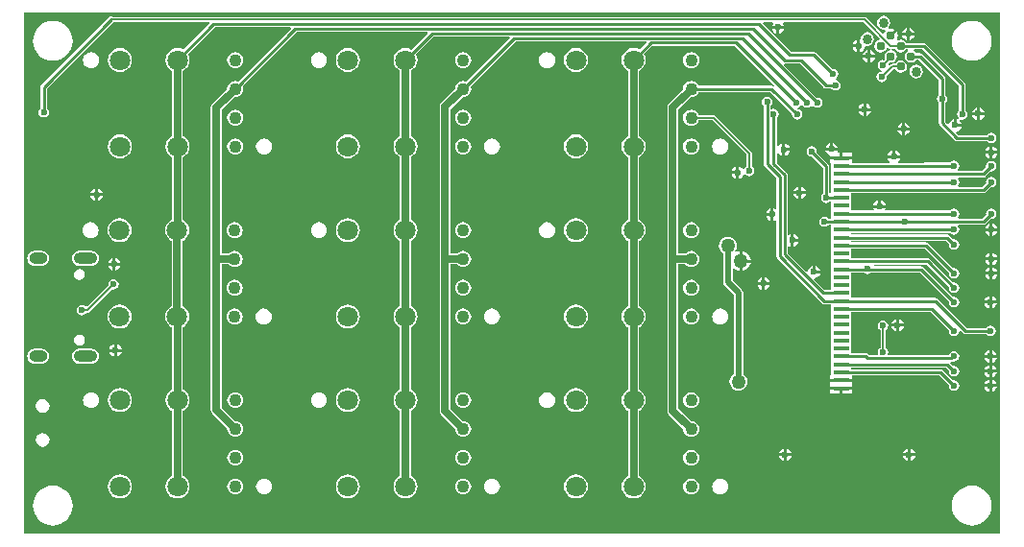
<source format=gtl>
G04*
G04 #@! TF.GenerationSoftware,Altium Limited,Altium Designer,19.1.9 (167)*
G04*
G04 Layer_Physical_Order=1*
G04 Layer_Color=255*
%FSLAX25Y25*%
%MOIN*%
G70*
G01*
G75*
%ADD10C,0.00600*%
%ADD22R,0.05748X0.01614*%
%ADD23C,0.03100*%
%ADD24C,0.02000*%
%ADD25C,0.01000*%
%ADD26C,0.02500*%
%ADD27C,0.01500*%
%ADD28O,0.08268X0.03937*%
%ADD29O,0.06299X0.03937*%
%ADD30C,0.03400*%
%ADD31C,0.07087*%
%ADD32C,0.04331*%
%ADD33C,0.05000*%
%ADD34C,0.02362*%
G36*
X338583Y0D02*
X0D01*
Y181102D01*
X338583D01*
Y0D01*
D02*
G37*
%LPC*%
G36*
X307200Y175824D02*
Y174200D01*
X308824D01*
X308755Y174551D01*
X308273Y175273D01*
X307551Y175754D01*
X307200Y175824D01*
D02*
G37*
G36*
X306200D02*
X305849Y175754D01*
X305128Y175273D01*
X304645Y174551D01*
X304576Y174200D01*
X306200D01*
Y175824D01*
D02*
G37*
G36*
X263624Y175500D02*
X262000D01*
Y173876D01*
X262351Y173945D01*
X263072Y174427D01*
X263555Y175149D01*
X263624Y175500D01*
D02*
G37*
G36*
X261000D02*
X259376D01*
X259445Y175149D01*
X259928Y174427D01*
X260649Y173945D01*
X261000Y173876D01*
Y175500D01*
D02*
G37*
G36*
X298125Y179992D02*
X297208Y179810D01*
X296431Y179290D01*
X295912Y178513D01*
X295729Y177596D01*
X295912Y176679D01*
X296431Y175902D01*
X297208Y175382D01*
X298125Y175200D01*
X298521Y175279D01*
X298717Y174919D01*
X298745Y174814D01*
X298198Y173995D01*
X298169Y173852D01*
X297691Y173707D01*
X292049Y179349D01*
X291751Y179548D01*
X291400Y179618D01*
X30707D01*
X30529Y179736D01*
X30100Y179822D01*
X29671Y179736D01*
X29307Y179493D01*
X5907Y156093D01*
X5664Y155729D01*
X5578Y155300D01*
X5579Y155300D01*
Y147893D01*
X5416Y147784D01*
X5022Y147195D01*
X4884Y146500D01*
X5022Y145805D01*
X5416Y145216D01*
X6005Y144822D01*
X6700Y144684D01*
X7395Y144822D01*
X7984Y145216D01*
X8378Y145805D01*
X8516Y146500D01*
X8378Y147195D01*
X7984Y147784D01*
X7822Y147893D01*
Y154835D01*
X30768Y177782D01*
X64055D01*
X64246Y177320D01*
X55168Y168242D01*
X54200Y168643D01*
X53118Y168785D01*
X52036Y168643D01*
X51029Y168226D01*
X50163Y167561D01*
X49499Y166696D01*
X49082Y165688D01*
X48939Y164606D01*
X49082Y163525D01*
X49499Y162517D01*
X50163Y161651D01*
X51029Y160987D01*
X51232Y160903D01*
Y138310D01*
X51029Y138225D01*
X50163Y137561D01*
X49499Y136696D01*
X49082Y135688D01*
X48939Y134606D01*
X49082Y133525D01*
X49499Y132517D01*
X50163Y131651D01*
X51029Y130987D01*
X51232Y130903D01*
Y109303D01*
X50911Y109170D01*
X50045Y108506D01*
X49381Y107641D01*
X48963Y106633D01*
X48821Y105551D01*
X48963Y104470D01*
X49381Y103462D01*
X50045Y102596D01*
X50911Y101932D01*
X51114Y101848D01*
Y79255D01*
X50911Y79170D01*
X50045Y78506D01*
X49381Y77641D01*
X48963Y76633D01*
X48821Y75551D01*
X48963Y74470D01*
X49381Y73462D01*
X50045Y72596D01*
X50911Y71932D01*
X51232Y71799D01*
Y50199D01*
X51029Y50115D01*
X50163Y49451D01*
X49499Y48586D01*
X49082Y47578D01*
X48939Y46496D01*
X49082Y45414D01*
X49499Y44407D01*
X50163Y43541D01*
X51029Y42877D01*
X51232Y42793D01*
Y20199D01*
X51029Y20115D01*
X50163Y19451D01*
X49499Y18586D01*
X49082Y17578D01*
X48939Y16496D01*
X49082Y15414D01*
X49499Y14406D01*
X50163Y13541D01*
X51029Y12877D01*
X52036Y12459D01*
X53118Y12317D01*
X54200Y12459D01*
X55208Y12877D01*
X56073Y13541D01*
X56737Y14406D01*
X57155Y15414D01*
X57297Y16496D01*
X57155Y17578D01*
X56737Y18586D01*
X56073Y19451D01*
X55208Y20115D01*
X55004Y20199D01*
Y42793D01*
X55208Y42877D01*
X56073Y43541D01*
X56737Y44407D01*
X57155Y45414D01*
X57297Y46496D01*
X57155Y47578D01*
X56737Y48586D01*
X56073Y49451D01*
X55208Y50115D01*
X55004Y50199D01*
Y71897D01*
X55089Y71932D01*
X55955Y72596D01*
X56619Y73462D01*
X57037Y74470D01*
X57179Y75551D01*
X57037Y76633D01*
X56619Y77641D01*
X55955Y78506D01*
X55089Y79170D01*
X54886Y79255D01*
Y101848D01*
X55089Y101932D01*
X55955Y102596D01*
X56619Y103462D01*
X57037Y104470D01*
X57179Y105551D01*
X57037Y106633D01*
X56619Y107641D01*
X55955Y108506D01*
X55089Y109170D01*
X55004Y109206D01*
Y130903D01*
X55208Y130987D01*
X56073Y131651D01*
X56737Y132517D01*
X57155Y133525D01*
X57297Y134606D01*
X57155Y135688D01*
X56737Y136696D01*
X56073Y137561D01*
X55208Y138225D01*
X55004Y138310D01*
Y160903D01*
X55208Y160987D01*
X56073Y161651D01*
X56737Y162517D01*
X57155Y163525D01*
X57297Y164606D01*
X57155Y165688D01*
X56754Y166656D01*
X66076Y175978D01*
X92251D01*
X92442Y175516D01*
X74113Y157187D01*
X73840Y157300D01*
X73118Y157396D01*
X72396Y157300D01*
X71724Y157022D01*
X71146Y156579D01*
X70703Y156001D01*
X70424Y155328D01*
X70329Y154606D01*
X70343Y154499D01*
X65166Y149322D01*
X64757Y148710D01*
X64614Y147988D01*
Y95551D01*
Y43114D01*
X64757Y42392D01*
X65166Y41780D01*
X70343Y36604D01*
X70329Y36496D01*
X70424Y35774D01*
X70703Y35101D01*
X71146Y34524D01*
X71724Y34080D01*
X72396Y33802D01*
X73118Y33707D01*
X73840Y33802D01*
X74513Y34080D01*
X75090Y34524D01*
X75534Y35101D01*
X75812Y35774D01*
X75907Y36496D01*
X75812Y37218D01*
X75534Y37891D01*
X75090Y38468D01*
X74513Y38912D01*
X73840Y39190D01*
X73118Y39285D01*
X73011Y39271D01*
X68386Y43896D01*
Y93665D01*
X70962D01*
X71028Y93579D01*
X71605Y93136D01*
X72278Y92857D01*
X73000Y92762D01*
X73722Y92857D01*
X74395Y93136D01*
X74972Y93579D01*
X75415Y94157D01*
X75694Y94829D01*
X75789Y95551D01*
X75694Y96273D01*
X75415Y96946D01*
X74972Y97523D01*
X74395Y97967D01*
X73722Y98245D01*
X73000Y98340D01*
X72278Y98245D01*
X71605Y97967D01*
X71028Y97523D01*
X70962Y97437D01*
X68386D01*
Y147207D01*
X73011Y151831D01*
X73118Y151817D01*
X73840Y151912D01*
X74513Y152191D01*
X75090Y152634D01*
X75534Y153212D01*
X75812Y153884D01*
X75907Y154606D01*
X75812Y155328D01*
X75699Y155601D01*
X94476Y174378D01*
X139785D01*
X139976Y173916D01*
X134301Y168242D01*
X133334Y168643D01*
X132252Y168785D01*
X131170Y168643D01*
X130162Y168226D01*
X129297Y167561D01*
X128633Y166696D01*
X128215Y165688D01*
X128073Y164606D01*
X128215Y163525D01*
X128633Y162517D01*
X129297Y161651D01*
X130162Y160987D01*
X130366Y160903D01*
Y138310D01*
X130162Y138225D01*
X129297Y137561D01*
X128633Y136696D01*
X128215Y135688D01*
X128073Y134606D01*
X128215Y133525D01*
X128633Y132517D01*
X129297Y131651D01*
X130162Y130987D01*
X130366Y130903D01*
Y109255D01*
X130162Y109170D01*
X129297Y108506D01*
X128633Y107641D01*
X128215Y106633D01*
X128073Y105551D01*
X128215Y104470D01*
X128633Y103462D01*
X129297Y102596D01*
X130162Y101932D01*
X130366Y101848D01*
Y79255D01*
X130162Y79170D01*
X129297Y78506D01*
X128633Y77641D01*
X128215Y76633D01*
X128073Y75551D01*
X128215Y74470D01*
X128633Y73462D01*
X129297Y72596D01*
X130162Y71932D01*
X130366Y71848D01*
Y50199D01*
X130162Y50115D01*
X129297Y49451D01*
X128633Y48586D01*
X128215Y47578D01*
X128073Y46496D01*
X128215Y45414D01*
X128633Y44407D01*
X129297Y43541D01*
X130162Y42877D01*
X130366Y42793D01*
Y20199D01*
X130162Y20115D01*
X129297Y19451D01*
X128633Y18586D01*
X128215Y17578D01*
X128073Y16496D01*
X128215Y15414D01*
X128633Y14406D01*
X129297Y13541D01*
X130162Y12877D01*
X131170Y12459D01*
X132252Y12317D01*
X133334Y12459D01*
X134342Y12877D01*
X135207Y13541D01*
X135871Y14406D01*
X136289Y15414D01*
X136431Y16496D01*
X136289Y17578D01*
X135871Y18586D01*
X135207Y19451D01*
X134342Y20115D01*
X134138Y20199D01*
Y42793D01*
X134342Y42877D01*
X135207Y43541D01*
X135871Y44407D01*
X136289Y45414D01*
X136431Y46496D01*
X136289Y47578D01*
X135871Y48586D01*
X135207Y49451D01*
X134342Y50115D01*
X134138Y50199D01*
Y71848D01*
X134342Y71932D01*
X135207Y72596D01*
X135871Y73462D01*
X136289Y74470D01*
X136431Y75551D01*
X136289Y76633D01*
X135871Y77641D01*
X135207Y78506D01*
X134342Y79170D01*
X134138Y79255D01*
Y101848D01*
X134342Y101932D01*
X135207Y102596D01*
X135871Y103462D01*
X136289Y104470D01*
X136431Y105551D01*
X136289Y106633D01*
X135871Y107641D01*
X135207Y108506D01*
X134342Y109170D01*
X134138Y109255D01*
Y130903D01*
X134342Y130987D01*
X135207Y131651D01*
X135871Y132517D01*
X136289Y133525D01*
X136431Y134606D01*
X136289Y135688D01*
X135871Y136696D01*
X135207Y137561D01*
X134342Y138225D01*
X134138Y138310D01*
Y160903D01*
X134342Y160987D01*
X135207Y161651D01*
X135871Y162517D01*
X136289Y163525D01*
X136431Y164606D01*
X136289Y165688D01*
X135888Y166656D01*
X142010Y172778D01*
X168185D01*
X168376Y172317D01*
X153247Y157187D01*
X152974Y157300D01*
X152252Y157396D01*
X151530Y157300D01*
X150857Y157022D01*
X150280Y156579D01*
X149836Y156001D01*
X149558Y155328D01*
X149463Y154606D01*
X149477Y154499D01*
X144666Y149688D01*
X144257Y149076D01*
X144114Y148354D01*
Y95551D01*
Y42748D01*
X144257Y42026D01*
X144666Y41414D01*
X149477Y36604D01*
X149463Y36496D01*
X149558Y35774D01*
X149836Y35101D01*
X150280Y34524D01*
X150857Y34080D01*
X151530Y33802D01*
X152252Y33707D01*
X152974Y33802D01*
X153647Y34080D01*
X154224Y34524D01*
X154667Y35101D01*
X154946Y35774D01*
X155041Y36496D01*
X154946Y37218D01*
X154667Y37891D01*
X154224Y38468D01*
X153647Y38912D01*
X152974Y39190D01*
X152252Y39285D01*
X152145Y39271D01*
X147886Y43529D01*
Y93665D01*
X150214D01*
X150280Y93579D01*
X150857Y93136D01*
X151530Y92857D01*
X152252Y92762D01*
X152974Y92857D01*
X153647Y93136D01*
X154224Y93579D01*
X154667Y94157D01*
X154946Y94829D01*
X155041Y95551D01*
X154946Y96273D01*
X154667Y96946D01*
X154224Y97523D01*
X153647Y97967D01*
X152974Y98245D01*
X152252Y98340D01*
X151530Y98245D01*
X150857Y97967D01*
X150280Y97523D01*
X150214Y97437D01*
X147886D01*
Y147573D01*
X152145Y151831D01*
X152252Y151817D01*
X152974Y151912D01*
X153647Y152191D01*
X154224Y152634D01*
X154667Y153212D01*
X154946Y153884D01*
X155041Y154606D01*
X154946Y155328D01*
X154833Y155601D01*
X170410Y171178D01*
X215719D01*
X215910Y170717D01*
X213435Y168242D01*
X212468Y168643D01*
X211386Y168785D01*
X210304Y168643D01*
X209296Y168226D01*
X208431Y167561D01*
X207767Y166696D01*
X207349Y165688D01*
X207207Y164606D01*
X207349Y163525D01*
X207767Y162517D01*
X208431Y161651D01*
X209296Y160987D01*
X209500Y160903D01*
Y138310D01*
X209296Y138225D01*
X208431Y137561D01*
X207767Y136696D01*
X207349Y135688D01*
X207207Y134606D01*
X207349Y133525D01*
X207767Y132517D01*
X208431Y131651D01*
X209296Y130987D01*
X209500Y130903D01*
Y109255D01*
X209296Y109170D01*
X208431Y108506D01*
X207767Y107641D01*
X207349Y106633D01*
X207207Y105551D01*
X207349Y104470D01*
X207767Y103462D01*
X208431Y102596D01*
X209296Y101932D01*
X209500Y101848D01*
Y79255D01*
X209296Y79170D01*
X208431Y78506D01*
X207767Y77641D01*
X207349Y76633D01*
X207207Y75551D01*
X207349Y74470D01*
X207767Y73462D01*
X208431Y72596D01*
X209296Y71932D01*
X209500Y71848D01*
Y50199D01*
X209296Y50115D01*
X208431Y49451D01*
X207767Y48586D01*
X207349Y47578D01*
X207207Y46496D01*
X207349Y45414D01*
X207767Y44407D01*
X208431Y43541D01*
X209296Y42877D01*
X209500Y42793D01*
Y20199D01*
X209296Y20115D01*
X208431Y19451D01*
X207767Y18586D01*
X207349Y17578D01*
X207207Y16496D01*
X207349Y15414D01*
X207767Y14406D01*
X208431Y13541D01*
X209296Y12877D01*
X210304Y12459D01*
X211386Y12317D01*
X212468Y12459D01*
X213475Y12877D01*
X214341Y13541D01*
X215005Y14406D01*
X215423Y15414D01*
X215565Y16496D01*
X215423Y17578D01*
X215005Y18586D01*
X214341Y19451D01*
X213475Y20115D01*
X213272Y20199D01*
Y42793D01*
X213475Y42877D01*
X214341Y43541D01*
X215005Y44407D01*
X215423Y45414D01*
X215565Y46496D01*
X215423Y47578D01*
X215005Y48586D01*
X214341Y49451D01*
X213475Y50115D01*
X213272Y50199D01*
Y71848D01*
X213475Y71932D01*
X214341Y72596D01*
X215005Y73462D01*
X215423Y74470D01*
X215565Y75551D01*
X215423Y76633D01*
X215005Y77641D01*
X214341Y78506D01*
X213475Y79170D01*
X213272Y79255D01*
Y101848D01*
X213475Y101932D01*
X214341Y102596D01*
X215005Y103462D01*
X215423Y104470D01*
X215565Y105551D01*
X215423Y106633D01*
X215005Y107641D01*
X214341Y108506D01*
X213475Y109170D01*
X213272Y109255D01*
Y130903D01*
X213475Y130987D01*
X214341Y131651D01*
X215005Y132517D01*
X215423Y133525D01*
X215565Y134606D01*
X215423Y135688D01*
X215005Y136696D01*
X214341Y137561D01*
X213475Y138225D01*
X213272Y138310D01*
Y160903D01*
X213475Y160987D01*
X214341Y161651D01*
X215005Y162517D01*
X215423Y163525D01*
X215565Y164606D01*
X215423Y165688D01*
X215021Y166656D01*
X217944Y169578D01*
X246435D01*
X260066Y155947D01*
X259748Y155559D01*
X259623Y155642D01*
X259194Y155728D01*
X259194Y155728D01*
X233914D01*
X233801Y156001D01*
X233358Y156579D01*
X232780Y157022D01*
X232108Y157300D01*
X231386Y157396D01*
X230664Y157300D01*
X229991Y157022D01*
X229414Y156579D01*
X228970Y156001D01*
X228692Y155328D01*
X228597Y154606D01*
X228611Y154499D01*
X223666Y149554D01*
X223257Y148942D01*
X223114Y148221D01*
Y95551D01*
Y42882D01*
X223257Y42160D01*
X223666Y41548D01*
X228611Y36604D01*
X228597Y36496D01*
X228692Y35774D01*
X228970Y35101D01*
X229414Y34524D01*
X229991Y34080D01*
X230664Y33802D01*
X231386Y33707D01*
X232108Y33802D01*
X232780Y34080D01*
X233358Y34524D01*
X233801Y35101D01*
X234080Y35774D01*
X234175Y36496D01*
X234080Y37218D01*
X233801Y37891D01*
X233358Y38468D01*
X232780Y38912D01*
X232108Y39190D01*
X231386Y39285D01*
X231278Y39271D01*
X226886Y43663D01*
Y93665D01*
X229348D01*
X229414Y93579D01*
X229991Y93136D01*
X230664Y92857D01*
X231386Y92762D01*
X232108Y92857D01*
X232780Y93136D01*
X233358Y93579D01*
X233801Y94157D01*
X234080Y94829D01*
X234175Y95551D01*
X234080Y96273D01*
X233801Y96946D01*
X233358Y97523D01*
X232780Y97967D01*
X232108Y98245D01*
X231386Y98340D01*
X230664Y98245D01*
X229991Y97967D01*
X229414Y97523D01*
X229348Y97437D01*
X226886D01*
Y147439D01*
X231278Y151831D01*
X231386Y151817D01*
X232108Y151912D01*
X232780Y152191D01*
X233358Y152634D01*
X233801Y153212D01*
X233914Y153485D01*
X258729D01*
X266322Y145892D01*
X266284Y145700D01*
X266422Y145005D01*
X266816Y144416D01*
X267405Y144022D01*
X268100Y143884D01*
X268795Y144022D01*
X269384Y144416D01*
X269778Y145005D01*
X269916Y145700D01*
X269778Y146395D01*
X269384Y146984D01*
X268795Y147378D01*
X268403Y147456D01*
X268318Y147577D01*
X268489Y148103D01*
X268530Y148146D01*
X269084Y148516D01*
X269427Y149030D01*
X269700Y149071D01*
X269973Y149030D01*
X270316Y148516D01*
X270905Y148122D01*
X271600Y147984D01*
X272295Y148122D01*
X272884Y148516D01*
X273074Y148801D01*
X273676D01*
X273866Y148516D01*
X274455Y148122D01*
X275150Y147984D01*
X275845Y148122D01*
X276434Y148516D01*
X276828Y149105D01*
X276966Y149800D01*
X276828Y150495D01*
X276434Y151084D01*
X275845Y151478D01*
X275150Y151616D01*
X274958Y151578D01*
X263585Y162951D01*
X263831Y163412D01*
X264000Y163378D01*
X264000Y163378D01*
X269035D01*
X277307Y155107D01*
X277307Y155107D01*
X277671Y154864D01*
X278100Y154778D01*
X278100Y154778D01*
X280007D01*
X280116Y154616D01*
X280705Y154222D01*
X281400Y154084D01*
X282095Y154222D01*
X282684Y154616D01*
X283078Y155205D01*
X283216Y155900D01*
X283078Y156595D01*
X282684Y157184D01*
X282095Y157578D01*
X281510Y157694D01*
X281394Y158162D01*
X281394Y158188D01*
X281884Y158516D01*
X282278Y159105D01*
X282416Y159800D01*
X282278Y160495D01*
X281884Y161084D01*
X281295Y161478D01*
X280600Y161616D01*
X280408Y161578D01*
X274693Y167293D01*
X274329Y167536D01*
X273900Y167622D01*
X273900Y167622D01*
X265965D01*
X256266Y177320D01*
X256457Y177782D01*
X259466D01*
X259734Y177282D01*
X259445Y176851D01*
X259376Y176500D01*
X263624D01*
X263555Y176851D01*
X263266Y177282D01*
X263534Y177782D01*
X291020D01*
X296707Y172095D01*
X296542Y171553D01*
X296226Y171490D01*
X295514Y171014D01*
X295039Y170303D01*
X294872Y169465D01*
X295039Y168626D01*
X295514Y167914D01*
X296226Y167439D01*
X297064Y167272D01*
X297903Y167439D01*
X298615Y167914D01*
X299090Y168626D01*
X299153Y168942D01*
X299695Y169107D01*
X299987Y168816D01*
X300284Y168617D01*
X300407Y168592D01*
Y168083D01*
X299761Y167954D01*
X299050Y167479D01*
X298575Y166768D01*
X298408Y165929D01*
X298575Y165090D01*
X298662Y164960D01*
X298281Y164578D01*
X297849Y164664D01*
X297154Y164526D01*
X296564Y164133D01*
X296171Y163543D01*
X296033Y162848D01*
X296171Y162154D01*
X296564Y161564D01*
X297154Y161171D01*
X297329Y161136D01*
X297555Y160581D01*
X297544Y160564D01*
X297442Y160508D01*
X297400Y160516D01*
X296705Y160378D01*
X296116Y159984D01*
X295722Y159395D01*
X295584Y158700D01*
X295722Y158005D01*
X296116Y157416D01*
X296705Y157022D01*
X297400Y156884D01*
X298095Y157022D01*
X298684Y157416D01*
X299078Y158005D01*
X299216Y158700D01*
X299130Y159132D01*
X301473Y161476D01*
X302163D01*
X302586Y160843D01*
X303297Y160368D01*
X304135Y160201D01*
X304974Y160368D01*
X305686Y160843D01*
X306161Y161555D01*
X306328Y162393D01*
X306161Y163232D01*
X305686Y163944D01*
X304974Y164419D01*
X304135Y164585D01*
X303297Y164419D01*
X302586Y163944D01*
X302163Y163311D01*
X301093D01*
X300742Y163241D01*
X300445Y163042D01*
X300267Y162865D01*
X299768Y163027D01*
X299705Y163408D01*
X300128Y163831D01*
X300600Y163737D01*
X301439Y163904D01*
X302150Y164379D01*
X302625Y165090D01*
X302792Y165929D01*
X302625Y166768D01*
X302150Y167479D01*
X301439Y167954D01*
X300973Y168047D01*
X301022Y168547D01*
X302163D01*
X302586Y167914D01*
X303297Y167439D01*
X304135Y167272D01*
X304974Y167439D01*
X305686Y167914D01*
X305972Y168343D01*
X306514D01*
X306666Y167843D01*
X306121Y167479D01*
X305646Y166768D01*
X305479Y165929D01*
X305646Y165090D01*
X306121Y164379D01*
X306832Y163904D01*
X307671Y163737D01*
X308510Y163904D01*
X309221Y164379D01*
X309507Y164807D01*
X310307D01*
X317293Y157821D01*
Y152493D01*
X317131Y152384D01*
X316737Y151795D01*
X316599Y151100D01*
X316737Y150405D01*
X317131Y149816D01*
X317293Y149707D01*
Y142685D01*
X317293Y142685D01*
X317379Y142256D01*
X317622Y141892D01*
X322807Y136707D01*
X322807Y136707D01*
X323171Y136464D01*
X323600Y136378D01*
X323600Y136378D01*
X334107D01*
X334216Y136216D01*
X334805Y135822D01*
X335500Y135684D01*
X336195Y135822D01*
X336784Y136216D01*
X337178Y136805D01*
X337316Y137500D01*
X337178Y138195D01*
X336784Y138784D01*
X336195Y139178D01*
X335500Y139316D01*
X334805Y139178D01*
X334216Y138784D01*
X334107Y138622D01*
X324065D01*
X323350Y139336D01*
X323515Y139878D01*
X323851Y139945D01*
X324572Y140427D01*
X325055Y141149D01*
X325124Y141500D01*
X323000D01*
Y142000D01*
X322500D01*
Y144124D01*
X322149Y144054D01*
X321427Y143572D01*
X320945Y142851D01*
X320879Y142515D01*
X320336Y142350D01*
X319536Y143150D01*
Y149707D01*
X319699Y149816D01*
X320093Y150405D01*
X320231Y151100D01*
X320093Y151795D01*
X319699Y152384D01*
X319536Y152493D01*
Y158285D01*
X319536Y158285D01*
X319451Y158714D01*
X319208Y159078D01*
X319208Y159078D01*
X311564Y166722D01*
X311200Y166965D01*
X310771Y167051D01*
X310771Y167051D01*
X309507D01*
X309221Y167479D01*
X308677Y167843D01*
X308828Y168343D01*
X311571D01*
X324278Y155635D01*
Y147093D01*
X324116Y146984D01*
X323722Y146395D01*
X323584Y145700D01*
X323722Y145005D01*
X324072Y144482D01*
X323954Y144253D01*
X323905Y144187D01*
X323794Y144066D01*
X323500Y144124D01*
Y142500D01*
X325124D01*
X325055Y142851D01*
X324593Y143541D01*
X324633Y143669D01*
X324839Y143995D01*
X325400Y143884D01*
X326095Y144022D01*
X326684Y144416D01*
X327078Y145005D01*
X327216Y145700D01*
X327078Y146395D01*
X326684Y146984D01*
X326521Y147093D01*
Y156100D01*
X326522Y156100D01*
X326436Y156529D01*
X326193Y156893D01*
X312829Y170257D01*
X312465Y170501D01*
X312035Y170586D01*
X312035Y170586D01*
X305972D01*
X305686Y171014D01*
X304974Y171490D01*
X304135Y171657D01*
X303297Y171490D01*
X303229Y171444D01*
X302868Y171805D01*
X303002Y172005D01*
X303200Y173000D01*
X303002Y173995D01*
X302722Y174415D01*
X300954Y172646D01*
X300247Y173354D01*
X302015Y175122D01*
X301595Y175402D01*
X300600Y175600D01*
X300108Y175502D01*
X299941Y175733D01*
X299860Y175962D01*
X300339Y176679D01*
X300521Y177596D01*
X300339Y178513D01*
X299819Y179290D01*
X299042Y179810D01*
X298125Y179992D01*
D02*
G37*
G36*
X308824Y173200D02*
X307200D01*
Y171576D01*
X307551Y171645D01*
X308273Y172127D01*
X308755Y172849D01*
X308824Y173200D01*
D02*
G37*
G36*
X306200D02*
X304576D01*
X304645Y172849D01*
X305128Y172127D01*
X305849Y171645D01*
X306200Y171576D01*
Y173200D01*
D02*
G37*
G36*
X289000Y171624D02*
X288649Y171555D01*
X287928Y171072D01*
X287445Y170351D01*
X287376Y170000D01*
X289000D01*
Y171624D01*
D02*
G37*
G36*
X292468Y174335D02*
X291551Y174153D01*
X290774Y173634D01*
X290255Y172856D01*
X290072Y171939D01*
X290000Y171867D01*
Y169500D01*
Y167376D01*
X290351Y167446D01*
X291073Y167928D01*
X291555Y168649D01*
X291663Y169194D01*
X292175Y169602D01*
X292468Y169543D01*
X293385Y169726D01*
X294163Y170245D01*
X294682Y171022D01*
X294864Y171939D01*
X294682Y172856D01*
X294163Y173634D01*
X293385Y174153D01*
X292468Y174335D01*
D02*
G37*
G36*
X289000Y169000D02*
X287376D01*
X287445Y168649D01*
X287928Y167928D01*
X288649Y167446D01*
X289000Y167376D01*
Y169000D01*
D02*
G37*
G36*
X293500Y168124D02*
Y166500D01*
X295124D01*
X295055Y166851D01*
X294572Y167572D01*
X293851Y168054D01*
X293500Y168124D01*
D02*
G37*
G36*
X292500D02*
X292149Y168054D01*
X291427Y167572D01*
X290945Y166851D01*
X290876Y166500D01*
X292500D01*
Y168124D01*
D02*
G37*
G36*
X328740Y178192D02*
X327388Y178059D01*
X326087Y177665D01*
X324889Y177024D01*
X323838Y176162D01*
X322976Y175111D01*
X322335Y173913D01*
X321941Y172612D01*
X321808Y171260D01*
X321941Y169907D01*
X322335Y168607D01*
X322976Y167408D01*
X323838Y166358D01*
X324889Y165496D01*
X326087Y164855D01*
X327388Y164461D01*
X328740Y164327D01*
X330093Y164461D01*
X331393Y164855D01*
X332592Y165496D01*
X333642Y166358D01*
X334504Y167408D01*
X335145Y168607D01*
X335540Y169907D01*
X335673Y171260D01*
X335540Y172612D01*
X335145Y173913D01*
X334504Y175111D01*
X333642Y176162D01*
X332592Y177024D01*
X331393Y177665D01*
X330093Y178059D01*
X328740Y178192D01*
D02*
G37*
G36*
X9843D02*
X8490Y178059D01*
X7190Y177665D01*
X5991Y177024D01*
X4940Y176162D01*
X4078Y175111D01*
X3438Y173913D01*
X3043Y172612D01*
X2910Y171260D01*
X3043Y169907D01*
X3438Y168607D01*
X4078Y167408D01*
X4940Y166358D01*
X5991Y165496D01*
X7190Y164855D01*
X8490Y164461D01*
X9843Y164327D01*
X11195Y164461D01*
X12495Y164855D01*
X13694Y165496D01*
X14745Y166358D01*
X15607Y167408D01*
X16247Y168607D01*
X16642Y169907D01*
X16775Y171260D01*
X16642Y172612D01*
X16247Y173913D01*
X15607Y175111D01*
X14745Y176162D01*
X13694Y177024D01*
X12495Y177665D01*
X11195Y178059D01*
X9843Y178192D01*
D02*
G37*
G36*
X295124Y165500D02*
X293500D01*
Y163876D01*
X293851Y163945D01*
X294572Y164427D01*
X295055Y165149D01*
X295124Y165500D01*
D02*
G37*
G36*
X292500D02*
X290876D01*
X290945Y165149D01*
X291427Y164427D01*
X292149Y163945D01*
X292500Y163876D01*
Y165500D01*
D02*
G37*
G36*
X231386Y167395D02*
X230664Y167300D01*
X229991Y167022D01*
X229414Y166579D01*
X228970Y166001D01*
X228692Y165328D01*
X228597Y164606D01*
X228692Y163884D01*
X228970Y163212D01*
X229414Y162634D01*
X229991Y162191D01*
X230664Y161912D01*
X231386Y161817D01*
X232108Y161912D01*
X232780Y162191D01*
X233358Y162634D01*
X233801Y163212D01*
X234080Y163884D01*
X234175Y164606D01*
X234080Y165328D01*
X233801Y166001D01*
X233358Y166579D01*
X232780Y167022D01*
X232108Y167300D01*
X231386Y167395D01*
D02*
G37*
G36*
X181366D02*
X180644Y167300D01*
X179972Y167022D01*
X179394Y166579D01*
X178951Y166001D01*
X178672Y165328D01*
X178577Y164606D01*
X178672Y163884D01*
X178951Y163212D01*
X179394Y162634D01*
X179972Y162191D01*
X180644Y161912D01*
X181366Y161817D01*
X182088Y161912D01*
X182761Y162191D01*
X183338Y162634D01*
X183782Y163212D01*
X184060Y163884D01*
X184155Y164606D01*
X184060Y165328D01*
X183782Y166001D01*
X183338Y166579D01*
X182761Y167022D01*
X182088Y167300D01*
X181366Y167395D01*
D02*
G37*
G36*
X152252D02*
X151530Y167300D01*
X150857Y167022D01*
X150280Y166579D01*
X149836Y166001D01*
X149558Y165328D01*
X149463Y164606D01*
X149558Y163884D01*
X149836Y163212D01*
X150280Y162634D01*
X150857Y162191D01*
X151530Y161912D01*
X152252Y161817D01*
X152974Y161912D01*
X153647Y162191D01*
X154224Y162634D01*
X154667Y163212D01*
X154946Y163884D01*
X155041Y164606D01*
X154946Y165328D01*
X154667Y166001D01*
X154224Y166579D01*
X153647Y167022D01*
X152974Y167300D01*
X152252Y167395D01*
D02*
G37*
G36*
X102232D02*
X101510Y167300D01*
X100838Y167022D01*
X100260Y166579D01*
X99817Y166001D01*
X99538Y165328D01*
X99443Y164606D01*
X99538Y163884D01*
X99817Y163212D01*
X100260Y162634D01*
X100838Y162191D01*
X101510Y161912D01*
X102232Y161817D01*
X102954Y161912D01*
X103627Y162191D01*
X104204Y162634D01*
X104648Y163212D01*
X104926Y163884D01*
X105022Y164606D01*
X104926Y165328D01*
X104648Y166001D01*
X104204Y166579D01*
X103627Y167022D01*
X102954Y167300D01*
X102232Y167395D01*
D02*
G37*
G36*
X73118D02*
X72396Y167300D01*
X71724Y167022D01*
X71146Y166579D01*
X70703Y166001D01*
X70424Y165328D01*
X70329Y164606D01*
X70424Y163884D01*
X70703Y163212D01*
X71146Y162634D01*
X71724Y162191D01*
X72396Y161912D01*
X73118Y161817D01*
X73840Y161912D01*
X74513Y162191D01*
X75090Y162634D01*
X75534Y163212D01*
X75812Y163884D01*
X75907Y164606D01*
X75812Y165328D01*
X75534Y166001D01*
X75090Y166579D01*
X74513Y167022D01*
X73840Y167300D01*
X73118Y167395D01*
D02*
G37*
G36*
X23098D02*
X22377Y167300D01*
X21704Y167022D01*
X21126Y166579D01*
X20683Y166001D01*
X20404Y165328D01*
X20309Y164606D01*
X20404Y163884D01*
X20683Y163212D01*
X21126Y162634D01*
X21704Y162191D01*
X22377Y161912D01*
X23098Y161817D01*
X23820Y161912D01*
X24493Y162191D01*
X25071Y162634D01*
X25514Y163212D01*
X25793Y163884D01*
X25888Y164606D01*
X25793Y165328D01*
X25514Y166001D01*
X25071Y166579D01*
X24493Y167022D01*
X23820Y167300D01*
X23098Y167395D01*
D02*
G37*
G36*
X191386Y168785D02*
X190304Y168643D01*
X189296Y168226D01*
X188431Y167561D01*
X187767Y166696D01*
X187349Y165688D01*
X187207Y164606D01*
X187349Y163525D01*
X187767Y162517D01*
X188431Y161651D01*
X189296Y160987D01*
X190304Y160570D01*
X191386Y160427D01*
X192467Y160570D01*
X193475Y160987D01*
X194341Y161651D01*
X195005Y162517D01*
X195422Y163525D01*
X195565Y164606D01*
X195422Y165688D01*
X195005Y166696D01*
X194341Y167561D01*
X193475Y168226D01*
X192467Y168643D01*
X191386Y168785D01*
D02*
G37*
G36*
X112252D02*
X111170Y168643D01*
X110162Y168226D01*
X109297Y167561D01*
X108633Y166696D01*
X108215Y165688D01*
X108073Y164606D01*
X108215Y163525D01*
X108633Y162517D01*
X109297Y161651D01*
X110162Y160987D01*
X111170Y160570D01*
X112252Y160427D01*
X113334Y160570D01*
X114341Y160987D01*
X115207Y161651D01*
X115871Y162517D01*
X116289Y163525D01*
X116431Y164606D01*
X116289Y165688D01*
X115871Y166696D01*
X115207Y167561D01*
X114341Y168226D01*
X113334Y168643D01*
X112252Y168785D01*
D02*
G37*
G36*
X33118D02*
X32037Y168643D01*
X31029Y168226D01*
X30163Y167561D01*
X29499Y166696D01*
X29081Y165688D01*
X28939Y164606D01*
X29081Y163525D01*
X29499Y162517D01*
X30163Y161651D01*
X31029Y160987D01*
X32037Y160570D01*
X33118Y160427D01*
X34200Y160570D01*
X35208Y160987D01*
X36073Y161651D01*
X36737Y162517D01*
X37155Y163525D01*
X37297Y164606D01*
X37155Y165688D01*
X36737Y166696D01*
X36073Y167561D01*
X35208Y168226D01*
X34200Y168643D01*
X33118Y168785D01*
D02*
G37*
G36*
X309439Y163022D02*
X308522Y162839D01*
X307745Y162320D01*
X307225Y161543D01*
X307043Y160626D01*
X307225Y159709D01*
X307745Y158931D01*
X308522Y158412D01*
X309439Y158230D01*
X310356Y158412D01*
X311133Y158931D01*
X311652Y159709D01*
X311835Y160626D01*
X311652Y161543D01*
X311133Y162320D01*
X310356Y162839D01*
X309439Y163022D01*
D02*
G37*
G36*
X292100Y149524D02*
Y147900D01*
X293724D01*
X293655Y148251D01*
X293173Y148972D01*
X292451Y149454D01*
X292100Y149524D01*
D02*
G37*
G36*
X291100D02*
X290749Y149454D01*
X290027Y148972D01*
X289545Y148251D01*
X289476Y147900D01*
X291100D01*
Y149524D01*
D02*
G37*
G36*
X331500Y148124D02*
Y146500D01*
X333124D01*
X333055Y146851D01*
X332573Y147573D01*
X331851Y148055D01*
X331500Y148124D01*
D02*
G37*
G36*
X330500D02*
X330149Y148055D01*
X329428Y147573D01*
X328945Y146851D01*
X328876Y146500D01*
X330500D01*
Y148124D01*
D02*
G37*
G36*
X293724Y146900D02*
X292100D01*
Y145276D01*
X292451Y145345D01*
X293173Y145827D01*
X293655Y146549D01*
X293724Y146900D01*
D02*
G37*
G36*
X291100D02*
X289476D01*
X289545Y146549D01*
X290027Y145827D01*
X290749Y145345D01*
X291100Y145276D01*
Y146900D01*
D02*
G37*
G36*
X333124Y145500D02*
X331500D01*
Y143876D01*
X331851Y143946D01*
X332573Y144428D01*
X333055Y145149D01*
X333124Y145500D01*
D02*
G37*
G36*
X330500D02*
X328876D01*
X328945Y145149D01*
X329428Y144428D01*
X330149Y143946D01*
X330500Y143876D01*
Y145500D01*
D02*
G37*
G36*
X152252Y147396D02*
X151530Y147301D01*
X150857Y147022D01*
X150280Y146579D01*
X149836Y146001D01*
X149558Y145328D01*
X149463Y144606D01*
X149558Y143884D01*
X149836Y143212D01*
X150280Y142634D01*
X150857Y142191D01*
X151530Y141912D01*
X152252Y141817D01*
X152974Y141912D01*
X153647Y142191D01*
X154224Y142634D01*
X154667Y143212D01*
X154946Y143884D01*
X155041Y144606D01*
X154946Y145328D01*
X154667Y146001D01*
X154224Y146579D01*
X153647Y147022D01*
X152974Y147301D01*
X152252Y147396D01*
D02*
G37*
G36*
X73118D02*
X72396Y147301D01*
X71724Y147022D01*
X71146Y146579D01*
X70703Y146001D01*
X70424Y145328D01*
X70329Y144606D01*
X70424Y143884D01*
X70703Y143212D01*
X71146Y142634D01*
X71724Y142191D01*
X72396Y141912D01*
X73118Y141817D01*
X73840Y141912D01*
X74513Y142191D01*
X75090Y142634D01*
X75534Y143212D01*
X75812Y143884D01*
X75907Y144606D01*
X75812Y145328D01*
X75534Y146001D01*
X75090Y146579D01*
X74513Y147022D01*
X73840Y147301D01*
X73118Y147396D01*
D02*
G37*
G36*
X305600Y142824D02*
Y141200D01*
X307224D01*
X307155Y141551D01*
X306673Y142272D01*
X305951Y142754D01*
X305600Y142824D01*
D02*
G37*
G36*
X304600D02*
X304249Y142754D01*
X303527Y142272D01*
X303045Y141551D01*
X302976Y141200D01*
X304600D01*
Y142824D01*
D02*
G37*
G36*
X307224Y140200D02*
X305600D01*
Y138576D01*
X305951Y138646D01*
X306673Y139128D01*
X307155Y139849D01*
X307224Y140200D01*
D02*
G37*
G36*
X304600D02*
X302976D01*
X303045Y139849D01*
X303527Y139128D01*
X304249Y138646D01*
X304600Y138576D01*
Y140200D01*
D02*
G37*
G36*
X280600Y135824D02*
Y134200D01*
X282224D01*
X282155Y134551D01*
X281673Y135273D01*
X280951Y135755D01*
X280600Y135824D01*
D02*
G37*
G36*
X279600D02*
X279249Y135755D01*
X278527Y135273D01*
X278045Y134551D01*
X277976Y134200D01*
X279600D01*
Y135824D01*
D02*
G37*
G36*
X264000Y135624D02*
Y134000D01*
X265624D01*
X265555Y134351D01*
X265072Y135073D01*
X264351Y135555D01*
X264000Y135624D01*
D02*
G37*
G36*
X336000Y134624D02*
Y133000D01*
X337624D01*
X337555Y133351D01*
X337072Y134072D01*
X336351Y134555D01*
X336000Y134624D01*
D02*
G37*
G36*
X335000D02*
X334649Y134555D01*
X333927Y134072D01*
X333445Y133351D01*
X333376Y133000D01*
X335000D01*
Y134624D01*
D02*
G37*
G36*
X241406Y137396D02*
X240684Y137301D01*
X240011Y137022D01*
X239433Y136579D01*
X238990Y136001D01*
X238711Y135328D01*
X238616Y134606D01*
X238711Y133884D01*
X238990Y133212D01*
X239433Y132634D01*
X240011Y132191D01*
X240684Y131912D01*
X241406Y131817D01*
X242127Y131912D01*
X242800Y132191D01*
X243378Y132634D01*
X243821Y133212D01*
X244100Y133884D01*
X244195Y134606D01*
X244100Y135328D01*
X243821Y136001D01*
X243378Y136579D01*
X242800Y137022D01*
X242127Y137301D01*
X241406Y137396D01*
D02*
G37*
G36*
X231386D02*
X230664Y137301D01*
X229991Y137022D01*
X229414Y136579D01*
X228970Y136001D01*
X228692Y135328D01*
X228597Y134606D01*
X228692Y133884D01*
X228970Y133212D01*
X229414Y132634D01*
X229991Y132191D01*
X230664Y131912D01*
X231386Y131817D01*
X232108Y131912D01*
X232780Y132191D01*
X233358Y132634D01*
X233801Y133212D01*
X234080Y133884D01*
X234175Y134606D01*
X234080Y135328D01*
X233801Y136001D01*
X233358Y136579D01*
X232780Y137022D01*
X232108Y137301D01*
X231386Y137396D01*
D02*
G37*
G36*
X162272D02*
X161550Y137301D01*
X160877Y137022D01*
X160299Y136579D01*
X159856Y136001D01*
X159578Y135328D01*
X159482Y134606D01*
X159578Y133884D01*
X159856Y133212D01*
X160299Y132634D01*
X160877Y132191D01*
X161550Y131912D01*
X162272Y131817D01*
X162994Y131912D01*
X163666Y132191D01*
X164244Y132634D01*
X164687Y133212D01*
X164966Y133884D01*
X165061Y134606D01*
X164966Y135328D01*
X164687Y136001D01*
X164244Y136579D01*
X163666Y137022D01*
X162994Y137301D01*
X162272Y137396D01*
D02*
G37*
G36*
X152252D02*
X151530Y137301D01*
X150857Y137022D01*
X150280Y136579D01*
X149836Y136001D01*
X149558Y135328D01*
X149463Y134606D01*
X149558Y133884D01*
X149836Y133212D01*
X150280Y132634D01*
X150857Y132191D01*
X151530Y131912D01*
X152252Y131817D01*
X152974Y131912D01*
X153647Y132191D01*
X154224Y132634D01*
X154667Y133212D01*
X154946Y133884D01*
X155041Y134606D01*
X154946Y135328D01*
X154667Y136001D01*
X154224Y136579D01*
X153647Y137022D01*
X152974Y137301D01*
X152252Y137396D01*
D02*
G37*
G36*
X83138D02*
X82416Y137301D01*
X81743Y137022D01*
X81165Y136579D01*
X80722Y136001D01*
X80444Y135328D01*
X80349Y134606D01*
X80444Y133884D01*
X80722Y133212D01*
X81165Y132634D01*
X81743Y132191D01*
X82416Y131912D01*
X83138Y131817D01*
X83860Y131912D01*
X84532Y132191D01*
X85110Y132634D01*
X85553Y133212D01*
X85832Y133884D01*
X85927Y134606D01*
X85832Y135328D01*
X85553Y136001D01*
X85110Y136579D01*
X84532Y137022D01*
X83860Y137301D01*
X83138Y137396D01*
D02*
G37*
G36*
X73118D02*
X72396Y137301D01*
X71724Y137022D01*
X71146Y136579D01*
X70703Y136001D01*
X70424Y135328D01*
X70329Y134606D01*
X70424Y133884D01*
X70703Y133212D01*
X71146Y132634D01*
X71724Y132191D01*
X72396Y131912D01*
X73118Y131817D01*
X73840Y131912D01*
X74513Y132191D01*
X75090Y132634D01*
X75534Y133212D01*
X75812Y133884D01*
X75907Y134606D01*
X75812Y135328D01*
X75534Y136001D01*
X75090Y136579D01*
X74513Y137022D01*
X73840Y137301D01*
X73118Y137396D01*
D02*
G37*
G36*
X302238Y133224D02*
Y131600D01*
X303862D01*
X303792Y131951D01*
X303310Y132673D01*
X302589Y133154D01*
X302238Y133224D01*
D02*
G37*
G36*
X301238D02*
X300887Y133154D01*
X300165Y132673D01*
X299683Y131951D01*
X299613Y131600D01*
X301238D01*
Y133224D01*
D02*
G37*
G36*
X265624Y133000D02*
X264000D01*
Y131376D01*
X264351Y131446D01*
X265072Y131928D01*
X265555Y132649D01*
X265624Y133000D01*
D02*
G37*
G36*
X287339Y132319D02*
X283965D01*
Y131012D01*
X287339D01*
Y132319D01*
D02*
G37*
G36*
X282224Y133200D02*
X277976D01*
X278045Y132849D01*
X278527Y132127D01*
X279249Y131646D01*
X279591Y131578D01*
Y131012D01*
X282965D01*
Y132319D01*
X282331D01*
X282095Y132760D01*
X282155Y132849D01*
X282224Y133200D01*
D02*
G37*
G36*
X191386Y138785D02*
X190304Y138643D01*
X189296Y138225D01*
X188431Y137561D01*
X187767Y136696D01*
X187349Y135688D01*
X187207Y134606D01*
X187349Y133525D01*
X187767Y132517D01*
X188431Y131651D01*
X189296Y130987D01*
X190304Y130570D01*
X191386Y130427D01*
X192467Y130570D01*
X193475Y130987D01*
X194341Y131651D01*
X195005Y132517D01*
X195422Y133525D01*
X195565Y134606D01*
X195422Y135688D01*
X195005Y136696D01*
X194341Y137561D01*
X193475Y138225D01*
X192467Y138643D01*
X191386Y138785D01*
D02*
G37*
G36*
X112252D02*
X111170Y138643D01*
X110162Y138225D01*
X109297Y137561D01*
X108633Y136696D01*
X108215Y135688D01*
X108073Y134606D01*
X108215Y133525D01*
X108633Y132517D01*
X109297Y131651D01*
X110162Y130987D01*
X111170Y130570D01*
X112252Y130427D01*
X113334Y130570D01*
X114341Y130987D01*
X115207Y131651D01*
X115871Y132517D01*
X116289Y133525D01*
X116431Y134606D01*
X116289Y135688D01*
X115871Y136696D01*
X115207Y137561D01*
X114341Y138225D01*
X113334Y138643D01*
X112252Y138785D01*
D02*
G37*
G36*
X33118D02*
X32037Y138643D01*
X31029Y138225D01*
X30163Y137561D01*
X29499Y136696D01*
X29081Y135688D01*
X28939Y134606D01*
X29081Y133525D01*
X29499Y132517D01*
X30163Y131651D01*
X31029Y130987D01*
X32037Y130570D01*
X33118Y130427D01*
X34200Y130570D01*
X35208Y130987D01*
X36073Y131651D01*
X36737Y132517D01*
X37155Y133525D01*
X37297Y134606D01*
X37155Y135688D01*
X36737Y136696D01*
X36073Y137561D01*
X35208Y138225D01*
X34200Y138643D01*
X33118Y138785D01*
D02*
G37*
G36*
X337624Y132000D02*
X336000D01*
Y130376D01*
X336351Y130446D01*
X337072Y130928D01*
X337555Y131649D01*
X337624Y132000D01*
D02*
G37*
G36*
X335000D02*
X333376D01*
X333445Y131649D01*
X333927Y130928D01*
X334649Y130446D01*
X335000Y130376D01*
Y132000D01*
D02*
G37*
G36*
X231386Y147396D02*
X230664Y147301D01*
X229991Y147022D01*
X229414Y146579D01*
X228970Y146001D01*
X228692Y145328D01*
X228597Y144606D01*
X228692Y143884D01*
X228970Y143212D01*
X229414Y142634D01*
X229991Y142191D01*
X230664Y141912D01*
X231386Y141817D01*
X232108Y141912D01*
X232780Y142191D01*
X233358Y142634D01*
X233801Y143212D01*
X233999Y143689D01*
X238814D01*
X250582Y131920D01*
Y127629D01*
X250216Y127384D01*
X249822Y126795D01*
X249300Y126732D01*
X249073Y127073D01*
X248351Y127555D01*
X248000Y127624D01*
Y125500D01*
Y123376D01*
X248351Y123445D01*
X249073Y123927D01*
X249555Y124649D01*
X249594Y124847D01*
X250125Y124952D01*
X250216Y124816D01*
X250805Y124422D01*
X251500Y124284D01*
X252195Y124422D01*
X252784Y124816D01*
X253178Y125405D01*
X253316Y126100D01*
X253178Y126795D01*
X252784Y127384D01*
X252418Y127629D01*
Y132300D01*
X252348Y132651D01*
X252149Y132949D01*
X239843Y145255D01*
X239545Y145454D01*
X239194Y145524D01*
X233999D01*
X233801Y146001D01*
X233358Y146579D01*
X232780Y147022D01*
X232108Y147301D01*
X231386Y147396D01*
D02*
G37*
G36*
X247000Y127624D02*
X246649Y127555D01*
X245928Y127073D01*
X245445Y126351D01*
X245376Y126000D01*
X247000D01*
Y127624D01*
D02*
G37*
G36*
X257700Y151816D02*
X257005Y151678D01*
X256416Y151284D01*
X256022Y150695D01*
X255884Y150000D01*
X256022Y149305D01*
X256416Y148716D01*
X256578Y148607D01*
Y128500D01*
X256578Y128500D01*
X256664Y128071D01*
X256907Y127707D01*
X260979Y123635D01*
Y113166D01*
X260538Y112930D01*
X260351Y113055D01*
X260000Y113124D01*
Y111000D01*
Y108876D01*
X260351Y108946D01*
X260538Y109070D01*
X260979Y108834D01*
Y96337D01*
X260978Y96337D01*
X261064Y95908D01*
X261307Y95544D01*
X276739Y80112D01*
X277103Y79869D01*
X277532Y79784D01*
X277532Y79784D01*
X279991D01*
Y76743D01*
Y73987D01*
Y71270D01*
Y68514D01*
Y65758D01*
Y63002D01*
Y60246D01*
Y57491D01*
Y55193D01*
X279591D01*
Y53886D01*
X287339D01*
Y55020D01*
X317494D01*
X320822Y51692D01*
X320784Y51500D01*
X320922Y50805D01*
X321316Y50216D01*
X321905Y49822D01*
X322600Y49684D01*
X323295Y49822D01*
X323884Y50216D01*
X324278Y50805D01*
X324416Y51500D01*
X324278Y52195D01*
X323884Y52784D01*
X323295Y53178D01*
X322600Y53316D01*
X322408Y53278D01*
X318751Y56935D01*
X318388Y57178D01*
X317958Y57263D01*
X317958Y57263D01*
X286939D01*
Y57776D01*
X319738D01*
X320822Y56692D01*
X320784Y56500D01*
X320922Y55805D01*
X321316Y55216D01*
X321905Y54822D01*
X322600Y54684D01*
X323295Y54822D01*
X323884Y55216D01*
X324278Y55805D01*
X324416Y56500D01*
X324278Y57195D01*
X323884Y57784D01*
X323295Y58178D01*
X322600Y58316D01*
X322408Y58278D01*
X321289Y59397D01*
X321496Y59897D01*
X321597D01*
X321597Y59897D01*
X321948Y59967D01*
X322600Y59838D01*
X323295Y59976D01*
X323884Y60369D01*
X324278Y60959D01*
X324416Y61654D01*
X324278Y62349D01*
X323884Y62938D01*
X323295Y63331D01*
X322600Y63469D01*
X321905Y63331D01*
X321316Y62938D01*
X320922Y62349D01*
X320881Y62140D01*
X299898D01*
X299690Y62528D01*
X299685Y62640D01*
X299816Y63300D01*
X299678Y63995D01*
X299284Y64584D01*
X298894Y64845D01*
Y70795D01*
X299260Y71039D01*
X299654Y71629D01*
X299792Y72324D01*
X299654Y73019D01*
X299260Y73608D01*
X298671Y74001D01*
X297976Y74140D01*
X297281Y74001D01*
X296692Y73608D01*
X296299Y73019D01*
X296160Y72324D01*
X296299Y71629D01*
X296692Y71039D01*
X297059Y70795D01*
Y64813D01*
X296716Y64584D01*
X296322Y63995D01*
X296184Y63300D01*
X296315Y62640D01*
X296310Y62528D01*
X296102Y62140D01*
X293020D01*
X292714Y62447D01*
X292350Y62690D01*
X291921Y62775D01*
X291921Y62775D01*
X286939D01*
Y65758D01*
Y68514D01*
Y71270D01*
Y73987D01*
Y77028D01*
X314486D01*
X320822Y70692D01*
X320784Y70500D01*
X320922Y69805D01*
X321316Y69216D01*
X321905Y68822D01*
X322600Y68684D01*
X323295Y68822D01*
X323884Y69216D01*
X324278Y69805D01*
X324381Y70325D01*
X324880Y70534D01*
X325707Y69707D01*
X325707Y69707D01*
X326071Y69464D01*
X326500Y69378D01*
X326500Y69378D01*
X333857D01*
X333966Y69216D01*
X334555Y68822D01*
X335250Y68684D01*
X335945Y68822D01*
X336534Y69216D01*
X336928Y69805D01*
X337066Y70500D01*
X336928Y71195D01*
X336534Y71784D01*
X335945Y72178D01*
X335250Y72316D01*
X334555Y72178D01*
X333966Y71784D01*
X333857Y71622D01*
X326965D01*
X316888Y81699D01*
X316524Y81942D01*
X316094Y82027D01*
X316094Y82027D01*
X286939D01*
Y85010D01*
Y87766D01*
Y90808D01*
X291155D01*
X291216Y90716D01*
X291805Y90322D01*
X292500Y90184D01*
X293195Y90322D01*
X293784Y90716D01*
X293845Y90808D01*
X310706D01*
X320822Y80692D01*
X320784Y80500D01*
X320922Y79805D01*
X321316Y79216D01*
X321905Y78822D01*
X322600Y78684D01*
X323295Y78822D01*
X323884Y79216D01*
X324278Y79805D01*
X324416Y80500D01*
X324278Y81195D01*
X323884Y81784D01*
X323295Y82178D01*
X322600Y82316D01*
X322408Y82278D01*
X311964Y92722D01*
X311600Y92965D01*
X311171Y93051D01*
X311171Y93051D01*
X294491D01*
X294483Y93063D01*
X294766Y93563D01*
X312950D01*
X320822Y85692D01*
X320784Y85500D01*
X320922Y84805D01*
X321316Y84216D01*
X321905Y83822D01*
X322600Y83684D01*
X323295Y83822D01*
X323884Y84216D01*
X324278Y84805D01*
X324416Y85500D01*
X324278Y86195D01*
X323884Y86784D01*
X323295Y87178D01*
X322600Y87316D01*
X322408Y87278D01*
X314208Y95478D01*
X313844Y95721D01*
X313415Y95807D01*
X313415Y95807D01*
X286939D01*
Y99075D01*
X312439D01*
X320822Y90692D01*
X320784Y90500D01*
X320922Y89805D01*
X321316Y89216D01*
X321905Y88822D01*
X322600Y88684D01*
X323295Y88822D01*
X323884Y89216D01*
X324278Y89805D01*
X324416Y90500D01*
X324278Y91195D01*
X323884Y91784D01*
X323295Y92178D01*
X322600Y92316D01*
X322408Y92278D01*
X313696Y100990D01*
X313332Y101233D01*
X312903Y101318D01*
X312903Y101318D01*
X286939D01*
Y101831D01*
X319683D01*
X320822Y100692D01*
X320784Y100500D01*
X320922Y99805D01*
X321316Y99216D01*
X321905Y98822D01*
X322600Y98684D01*
X323295Y98822D01*
X323884Y99216D01*
X324278Y99805D01*
X324416Y100500D01*
X324278Y101195D01*
X323884Y101784D01*
X323295Y102178D01*
X322600Y102316D01*
X322408Y102278D01*
X320940Y103746D01*
X320577Y103989D01*
X320147Y104074D01*
X320147Y104074D01*
X286939D01*
Y104587D01*
X321207D01*
X321316Y104425D01*
X321905Y104031D01*
X322600Y103893D01*
X323295Y104031D01*
X323884Y104425D01*
X324278Y105014D01*
X324416Y105709D01*
X324278Y106404D01*
X323976Y106855D01*
X324174Y107355D01*
X332756D01*
X332756Y107355D01*
X333185Y107440D01*
X333549Y107683D01*
X335308Y109443D01*
X335500Y109405D01*
X336195Y109543D01*
X336784Y109936D01*
X337178Y110526D01*
X337316Y111221D01*
X337178Y111916D01*
X336784Y112505D01*
X336195Y112898D01*
X335500Y113037D01*
X334805Y112898D01*
X334216Y112505D01*
X333822Y111916D01*
X333684Y111221D01*
X333722Y111029D01*
X332291Y109598D01*
X324209D01*
X323992Y110098D01*
X324278Y110526D01*
X324416Y111221D01*
X324278Y111916D01*
X323884Y112505D01*
X323295Y112898D01*
X322600Y113037D01*
X321905Y112898D01*
X321316Y112505D01*
X321207Y112342D01*
X298879D01*
X298644Y112783D01*
X298755Y112949D01*
X298824Y113300D01*
X294576D01*
X294645Y112949D01*
X294756Y112783D01*
X294521Y112342D01*
X286939D01*
Y115325D01*
Y118367D01*
X332744D01*
X332744Y118367D01*
X333173Y118452D01*
X333537Y118695D01*
X335308Y120466D01*
X335500Y120428D01*
X336195Y120566D01*
X336784Y120960D01*
X337178Y121549D01*
X337316Y122244D01*
X337178Y122939D01*
X336784Y123528D01*
X336195Y123922D01*
X335500Y124060D01*
X334805Y123922D01*
X334216Y123528D01*
X333822Y122939D01*
X333684Y122244D01*
X333722Y122052D01*
X332279Y120610D01*
X324191D01*
X323984Y121110D01*
X324278Y121549D01*
X324416Y122244D01*
X324278Y122939D01*
X323984Y123378D01*
X324191Y123878D01*
X332750D01*
X332750Y123878D01*
X333179Y123964D01*
X333543Y124207D01*
X335308Y125972D01*
X335500Y125934D01*
X336195Y126072D01*
X336784Y126466D01*
X337178Y127055D01*
X337316Y127750D01*
X337178Y128445D01*
X336784Y129034D01*
X336195Y129428D01*
X335500Y129566D01*
X334805Y129428D01*
X334216Y129034D01*
X333822Y128445D01*
X333684Y127750D01*
X333722Y127558D01*
X332285Y126122D01*
X324044D01*
X323884Y126616D01*
X324278Y127205D01*
X324416Y127900D01*
X324278Y128595D01*
X323884Y129184D01*
X323295Y129578D01*
X322600Y129716D01*
X321905Y129578D01*
X321316Y129184D01*
X321204Y129016D01*
X303347Y128951D01*
X303194Y129450D01*
X303310Y129527D01*
X303792Y130249D01*
X303862Y130600D01*
X299613D01*
X299683Y130249D01*
X300165Y129527D01*
X300297Y129439D01*
X300146Y128939D01*
X287693Y128893D01*
X287339Y129246D01*
Y130012D01*
X279591D01*
Y128705D01*
X279991D01*
Y126349D01*
Y123593D01*
Y118653D01*
X279491Y118372D01*
X279377Y118442D01*
X279354Y118484D01*
Y127668D01*
X279354Y127668D01*
X279269Y128097D01*
X279025Y128461D01*
X279025Y128461D01*
X274945Y132542D01*
X275016Y132900D01*
X274878Y133595D01*
X274484Y134184D01*
X273895Y134578D01*
X273200Y134716D01*
X272505Y134578D01*
X271916Y134184D01*
X271522Y133595D01*
X271384Y132900D01*
X271522Y132205D01*
X271916Y131616D01*
X272505Y131222D01*
X273200Y131084D01*
X273225Y131089D01*
X277111Y127203D01*
Y118125D01*
X276948Y118016D01*
X276554Y117427D01*
X276416Y116732D01*
X276554Y116037D01*
X276948Y115448D01*
X277537Y115055D01*
X278232Y114916D01*
X278927Y115055D01*
X279491Y115431D01*
X279853Y115355D01*
X279991Y115258D01*
Y112569D01*
Y109586D01*
X279057D01*
X278949Y109749D01*
X278360Y110142D01*
X277665Y110281D01*
X276970Y110142D01*
X276380Y109749D01*
X275987Y109160D01*
X275849Y108465D01*
X275987Y107770D01*
X276380Y107181D01*
X276970Y106787D01*
X277665Y106649D01*
X278360Y106787D01*
X278949Y107181D01*
X279057Y107343D01*
X279991D01*
Y104302D01*
Y101546D01*
Y98790D01*
Y96034D01*
Y93278D01*
Y90522D01*
Y87766D01*
Y84783D01*
X277503D01*
X273932Y88354D01*
X274152Y88842D01*
X274851Y88981D01*
X275572Y89463D01*
X276055Y90184D01*
X276124Y90535D01*
X274000D01*
Y91035D01*
X273500D01*
Y93160D01*
X273149Y93090D01*
X272428Y92608D01*
X271945Y91886D01*
X271806Y91187D01*
X271319Y90967D01*
X264822Y97465D01*
Y99897D01*
X265321Y100164D01*
X265649Y99945D01*
X266000Y99876D01*
Y102000D01*
Y104124D01*
X265649Y104054D01*
X265321Y103836D01*
X264822Y104103D01*
Y124763D01*
X264822Y124763D01*
X264736Y125192D01*
X264493Y125556D01*
X261122Y128927D01*
Y132234D01*
X261621Y132385D01*
X261928Y131928D01*
X262649Y131446D01*
X263000Y131376D01*
Y133500D01*
Y135624D01*
X262649Y135555D01*
X261928Y135073D01*
X261621Y134615D01*
X261122Y134766D01*
Y144507D01*
X261284Y144616D01*
X261678Y145205D01*
X261816Y145900D01*
X261678Y146595D01*
X261284Y147184D01*
X260695Y147578D01*
X260000Y147716D01*
X259321Y147581D01*
X259232Y147569D01*
X258822Y147842D01*
Y148607D01*
X258984Y148716D01*
X259378Y149305D01*
X259516Y150000D01*
X259378Y150695D01*
X258984Y151284D01*
X258395Y151678D01*
X257700Y151816D01*
D02*
G37*
G36*
X247000Y125000D02*
X245376D01*
X245445Y124649D01*
X245928Y123927D01*
X246649Y123445D01*
X247000Y123376D01*
Y125000D01*
D02*
G37*
G36*
X269500Y120624D02*
Y119000D01*
X271124D01*
X271055Y119351D01*
X270572Y120072D01*
X269851Y120554D01*
X269500Y120624D01*
D02*
G37*
G36*
X268500D02*
X268149Y120554D01*
X267427Y120072D01*
X266945Y119351D01*
X266876Y119000D01*
X268500D01*
Y120624D01*
D02*
G37*
G36*
X25571Y120002D02*
Y118378D01*
X27195D01*
X27125Y118729D01*
X26643Y119450D01*
X25922Y119932D01*
X25571Y120002D01*
D02*
G37*
G36*
X24571D02*
X24220Y119932D01*
X23498Y119450D01*
X23016Y118729D01*
X22946Y118378D01*
X24571D01*
Y120002D01*
D02*
G37*
G36*
X271124Y118000D02*
X269500D01*
Y116376D01*
X269851Y116446D01*
X270572Y116928D01*
X271055Y117649D01*
X271124Y118000D01*
D02*
G37*
G36*
X268500D02*
X266876D01*
X266945Y117649D01*
X267427Y116928D01*
X268149Y116446D01*
X268500Y116376D01*
Y118000D01*
D02*
G37*
G36*
X27195Y117378D02*
X25571D01*
Y115754D01*
X25922Y115823D01*
X26643Y116305D01*
X27125Y117027D01*
X27195Y117378D01*
D02*
G37*
G36*
X24571D02*
X22946D01*
X23016Y117027D01*
X23498Y116305D01*
X24220Y115823D01*
X24571Y115754D01*
Y117378D01*
D02*
G37*
G36*
X297200Y115924D02*
Y114300D01*
X298824D01*
X298755Y114651D01*
X298272Y115373D01*
X297551Y115855D01*
X297200Y115924D01*
D02*
G37*
G36*
X296200D02*
X295849Y115855D01*
X295128Y115373D01*
X294645Y114651D01*
X294576Y114300D01*
X296200D01*
Y115924D01*
D02*
G37*
G36*
X259000Y113124D02*
X258649Y113055D01*
X257927Y112573D01*
X257445Y111851D01*
X257376Y111500D01*
X259000D01*
Y113124D01*
D02*
G37*
G36*
Y110500D02*
X257376D01*
X257445Y110149D01*
X257927Y109427D01*
X258649Y108946D01*
X259000Y108876D01*
Y110500D01*
D02*
G37*
G36*
X336000Y107833D02*
Y106209D01*
X337624D01*
X337555Y106560D01*
X337072Y107281D01*
X336351Y107763D01*
X336000Y107833D01*
D02*
G37*
G36*
X335000D02*
X334649Y107763D01*
X333927Y107281D01*
X333445Y106560D01*
X333376Y106209D01*
X335000D01*
Y107833D01*
D02*
G37*
G36*
X337624Y105209D02*
X336000D01*
Y103584D01*
X336351Y103654D01*
X337072Y104136D01*
X337555Y104858D01*
X337624Y105209D01*
D02*
G37*
G36*
X335000D02*
X333376D01*
X333445Y104858D01*
X333927Y104136D01*
X334649Y103654D01*
X335000Y103584D01*
Y105209D01*
D02*
G37*
G36*
X231386Y108340D02*
X230664Y108245D01*
X229991Y107967D01*
X229414Y107524D01*
X228970Y106946D01*
X228692Y106273D01*
X228597Y105551D01*
X228692Y104829D01*
X228970Y104157D01*
X229414Y103579D01*
X229991Y103136D01*
X230664Y102857D01*
X231386Y102762D01*
X232108Y102857D01*
X232780Y103136D01*
X233358Y103579D01*
X233801Y104157D01*
X234080Y104829D01*
X234175Y105551D01*
X234080Y106273D01*
X233801Y106946D01*
X233358Y107524D01*
X232780Y107967D01*
X232108Y108245D01*
X231386Y108340D01*
D02*
G37*
G36*
X181366D02*
X180644Y108245D01*
X179972Y107967D01*
X179394Y107524D01*
X178951Y106946D01*
X178672Y106273D01*
X178577Y105551D01*
X178672Y104829D01*
X178951Y104157D01*
X179394Y103579D01*
X179972Y103136D01*
X180644Y102857D01*
X181366Y102762D01*
X182088Y102857D01*
X182761Y103136D01*
X183338Y103579D01*
X183782Y104157D01*
X184060Y104829D01*
X184155Y105551D01*
X184060Y106273D01*
X183782Y106946D01*
X183338Y107524D01*
X182761Y107967D01*
X182088Y108245D01*
X181366Y108340D01*
D02*
G37*
G36*
X152252D02*
X151530Y108245D01*
X150857Y107967D01*
X150280Y107524D01*
X149836Y106946D01*
X149558Y106273D01*
X149463Y105551D01*
X149558Y104829D01*
X149836Y104157D01*
X150280Y103579D01*
X150857Y103136D01*
X151530Y102857D01*
X152252Y102762D01*
X152974Y102857D01*
X153647Y103136D01*
X154224Y103579D01*
X154667Y104157D01*
X154946Y104829D01*
X155041Y105551D01*
X154946Y106273D01*
X154667Y106946D01*
X154224Y107524D01*
X153647Y107967D01*
X152974Y108245D01*
X152252Y108340D01*
D02*
G37*
G36*
X102232D02*
X101510Y108245D01*
X100838Y107967D01*
X100260Y107524D01*
X99817Y106946D01*
X99538Y106273D01*
X99443Y105551D01*
X99538Y104829D01*
X99817Y104157D01*
X100260Y103579D01*
X100838Y103136D01*
X101510Y102857D01*
X102232Y102762D01*
X102954Y102857D01*
X103627Y103136D01*
X104204Y103579D01*
X104648Y104157D01*
X104926Y104829D01*
X105022Y105551D01*
X104926Y106273D01*
X104648Y106946D01*
X104204Y107524D01*
X103627Y107967D01*
X102954Y108245D01*
X102232Y108340D01*
D02*
G37*
G36*
X73000D02*
X72278Y108245D01*
X71605Y107967D01*
X71028Y107524D01*
X70584Y106946D01*
X70306Y106273D01*
X70211Y105551D01*
X70306Y104829D01*
X70584Y104157D01*
X71028Y103579D01*
X71605Y103136D01*
X72278Y102857D01*
X73000Y102762D01*
X73722Y102857D01*
X74395Y103136D01*
X74972Y103579D01*
X75415Y104157D01*
X75694Y104829D01*
X75789Y105551D01*
X75694Y106273D01*
X75415Y106946D01*
X74972Y107524D01*
X74395Y107967D01*
X73722Y108245D01*
X73000Y108340D01*
D02*
G37*
G36*
X22980D02*
X22258Y108245D01*
X21586Y107967D01*
X21008Y107524D01*
X20565Y106946D01*
X20286Y106273D01*
X20191Y105551D01*
X20286Y104829D01*
X20565Y104157D01*
X21008Y103579D01*
X21586Y103136D01*
X22258Y102857D01*
X22980Y102762D01*
X23702Y102857D01*
X24375Y103136D01*
X24953Y103579D01*
X25396Y104157D01*
X25675Y104829D01*
X25769Y105551D01*
X25675Y106273D01*
X25396Y106946D01*
X24953Y107524D01*
X24375Y107967D01*
X23702Y108245D01*
X22980Y108340D01*
D02*
G37*
G36*
X267000Y104124D02*
Y102500D01*
X268624D01*
X268555Y102851D01*
X268073Y103572D01*
X267351Y104054D01*
X267000Y104124D01*
D02*
G37*
G36*
X191386Y109730D02*
X190304Y109588D01*
X189296Y109170D01*
X188431Y108506D01*
X187767Y107641D01*
X187349Y106633D01*
X187207Y105551D01*
X187349Y104470D01*
X187767Y103462D01*
X188431Y102596D01*
X189296Y101932D01*
X190304Y101514D01*
X191386Y101372D01*
X192467Y101514D01*
X193475Y101932D01*
X194341Y102596D01*
X195005Y103462D01*
X195422Y104470D01*
X195565Y105551D01*
X195422Y106633D01*
X195005Y107641D01*
X194341Y108506D01*
X193475Y109170D01*
X192467Y109588D01*
X191386Y109730D01*
D02*
G37*
G36*
X112252D02*
X111170Y109588D01*
X110162Y109170D01*
X109297Y108506D01*
X108633Y107641D01*
X108215Y106633D01*
X108073Y105551D01*
X108215Y104470D01*
X108633Y103462D01*
X109297Y102596D01*
X110162Y101932D01*
X111170Y101514D01*
X112252Y101372D01*
X113334Y101514D01*
X114341Y101932D01*
X115207Y102596D01*
X115871Y103462D01*
X116289Y104470D01*
X116431Y105551D01*
X116289Y106633D01*
X115871Y107641D01*
X115207Y108506D01*
X114341Y109170D01*
X113334Y109588D01*
X112252Y109730D01*
D02*
G37*
G36*
X33000D02*
X31918Y109588D01*
X30911Y109170D01*
X30045Y108506D01*
X29381Y107641D01*
X28963Y106633D01*
X28821Y105551D01*
X28963Y104470D01*
X29381Y103462D01*
X30045Y102596D01*
X30911Y101932D01*
X31918Y101514D01*
X33000Y101372D01*
X34082Y101514D01*
X35089Y101932D01*
X35955Y102596D01*
X36619Y103462D01*
X37037Y104470D01*
X37179Y105551D01*
X37037Y106633D01*
X36619Y107641D01*
X35955Y108506D01*
X35089Y109170D01*
X34082Y109588D01*
X33000Y109730D01*
D02*
G37*
G36*
X268624Y101500D02*
X267000D01*
Y99876D01*
X267351Y99945D01*
X268073Y100427D01*
X268555Y101149D01*
X268624Y101500D01*
D02*
G37*
G36*
X336000Y97624D02*
Y96000D01*
X337624D01*
X337555Y96351D01*
X337072Y97072D01*
X336351Y97555D01*
X336000Y97624D01*
D02*
G37*
G36*
X335000D02*
X334649Y97555D01*
X333927Y97072D01*
X333445Y96351D01*
X333376Y96000D01*
X335000D01*
Y97624D01*
D02*
G37*
G36*
X249100Y98264D02*
Y95300D01*
X252064D01*
X252010Y95714D01*
X251657Y96565D01*
X251096Y97296D01*
X250365Y97857D01*
X249514Y98210D01*
X249100Y98264D01*
D02*
G37*
G36*
X31679Y95824D02*
Y94200D01*
X33303D01*
X33233Y94551D01*
X32751Y95272D01*
X32030Y95754D01*
X31679Y95824D01*
D02*
G37*
G36*
X30679D02*
X30328Y95754D01*
X29606Y95272D01*
X29124Y94551D01*
X29054Y94200D01*
X30679D01*
Y95824D01*
D02*
G37*
G36*
X337624Y95000D02*
X336000D01*
Y93376D01*
X336351Y93445D01*
X337072Y93928D01*
X337555Y94649D01*
X337624Y95000D01*
D02*
G37*
G36*
X335000D02*
X333376D01*
X333445Y94649D01*
X333927Y93928D01*
X334649Y93445D01*
X335000Y93376D01*
Y95000D01*
D02*
G37*
G36*
X23347Y98339D02*
X19016D01*
X18345Y98250D01*
X17720Y97992D01*
X17184Y97580D01*
X16772Y97043D01*
X16513Y96418D01*
X16425Y95748D01*
X16513Y95078D01*
X16772Y94453D01*
X17184Y93916D01*
X17720Y93504D01*
X18345Y93246D01*
X19016Y93157D01*
X23347D01*
X24017Y93246D01*
X24642Y93504D01*
X25178Y93916D01*
X25590Y94453D01*
X25849Y95078D01*
X25937Y95748D01*
X25849Y96418D01*
X25590Y97043D01*
X25178Y97580D01*
X24642Y97992D01*
X24017Y98250D01*
X23347Y98339D01*
D02*
G37*
G36*
X5906D02*
X3543D01*
X2873Y98250D01*
X2248Y97992D01*
X1711Y97580D01*
X1300Y97043D01*
X1041Y96418D01*
X953Y95748D01*
X1041Y95078D01*
X1300Y94453D01*
X1711Y93916D01*
X2248Y93504D01*
X2873Y93246D01*
X3543Y93157D01*
X5906D01*
X6576Y93246D01*
X7201Y93504D01*
X7737Y93916D01*
X8149Y94453D01*
X8408Y95078D01*
X8496Y95748D01*
X8408Y96418D01*
X8149Y97043D01*
X7737Y97580D01*
X7201Y97992D01*
X6576Y98250D01*
X5906Y98339D01*
D02*
G37*
G36*
X33303Y93200D02*
X31679D01*
Y91576D01*
X32030Y91645D01*
X32751Y92128D01*
X33233Y92849D01*
X33303Y93200D01*
D02*
G37*
G36*
X30679D02*
X29054D01*
X29124Y92849D01*
X29606Y92128D01*
X30328Y91645D01*
X30679Y91576D01*
Y93200D01*
D02*
G37*
G36*
X274500Y93160D02*
Y91535D01*
X276124D01*
X276055Y91886D01*
X275572Y92608D01*
X274851Y93090D01*
X274500Y93160D01*
D02*
G37*
G36*
X252064Y94300D02*
X249100D01*
Y91336D01*
X249514Y91390D01*
X250365Y91743D01*
X251096Y92304D01*
X251657Y93035D01*
X252010Y93886D01*
X252064Y94300D01*
D02*
G37*
G36*
X244100Y103227D02*
X243291Y103120D01*
X242537Y102808D01*
X241889Y102311D01*
X241392Y101663D01*
X241080Y100909D01*
X240973Y100100D01*
X241080Y99291D01*
X241392Y98537D01*
X241889Y97889D01*
X242469Y97444D01*
Y87500D01*
X242593Y86876D01*
X242947Y86347D01*
X246169Y83124D01*
Y55556D01*
X245589Y55111D01*
X245092Y54463D01*
X244780Y53709D01*
X244673Y52900D01*
X244780Y52091D01*
X245092Y51337D01*
X245589Y50689D01*
X246237Y50192D01*
X246991Y49880D01*
X247800Y49773D01*
X248609Y49880D01*
X249363Y50192D01*
X250011Y50689D01*
X250508Y51337D01*
X250820Y52091D01*
X250927Y52900D01*
X250820Y53709D01*
X250508Y54463D01*
X250011Y55111D01*
X249431Y55556D01*
Y83800D01*
X249307Y84424D01*
X248954Y84953D01*
X245731Y88176D01*
Y92025D01*
X246231Y92206D01*
X246835Y91743D01*
X247686Y91390D01*
X248100Y91336D01*
Y94800D01*
Y98264D01*
X247686Y98210D01*
X246955Y97907D01*
X246633Y98308D01*
X246808Y98537D01*
X247120Y99291D01*
X247227Y100100D01*
X247120Y100909D01*
X246808Y101663D01*
X246311Y102311D01*
X245663Y102808D01*
X244909Y103120D01*
X244100Y103227D01*
D02*
G37*
G36*
X336000Y92624D02*
Y91000D01*
X337624D01*
X337555Y91351D01*
X337072Y92072D01*
X336351Y92555D01*
X336000Y92624D01*
D02*
G37*
G36*
X335000D02*
X334649Y92555D01*
X333927Y92072D01*
X333445Y91351D01*
X333376Y91000D01*
X335000D01*
Y92624D01*
D02*
G37*
G36*
X337624Y90000D02*
X336000D01*
Y88376D01*
X336351Y88446D01*
X337072Y88928D01*
X337555Y89649D01*
X337624Y90000D01*
D02*
G37*
G36*
X335000D02*
X333376D01*
X333445Y89649D01*
X333927Y88928D01*
X334649Y88446D01*
X335000Y88376D01*
Y90000D01*
D02*
G37*
G36*
X19094Y92035D02*
X18361Y91889D01*
X17739Y91473D01*
X17324Y90851D01*
X17178Y90118D01*
X17324Y89385D01*
X17739Y88763D01*
X18361Y88348D01*
X19094Y88202D01*
X19828Y88348D01*
X20449Y88763D01*
X20865Y89385D01*
X21011Y90118D01*
X20865Y90851D01*
X20449Y91473D01*
X19828Y91889D01*
X19094Y92035D01*
D02*
G37*
G36*
X257000Y89124D02*
Y87500D01*
X258624D01*
X258555Y87851D01*
X258072Y88573D01*
X257351Y89055D01*
X257000Y89124D01*
D02*
G37*
G36*
X256000D02*
X255649Y89055D01*
X254927Y88573D01*
X254445Y87851D01*
X254376Y87500D01*
X256000D01*
Y89124D01*
D02*
G37*
G36*
X258624Y86500D02*
X257000D01*
Y84876D01*
X257351Y84945D01*
X258072Y85427D01*
X258555Y86149D01*
X258624Y86500D01*
D02*
G37*
G36*
X256000D02*
X254376D01*
X254445Y86149D01*
X254927Y85427D01*
X255649Y84945D01*
X256000Y84876D01*
Y86500D01*
D02*
G37*
G36*
X30900Y88467D02*
X30205Y88329D01*
X29616Y87935D01*
X29222Y87346D01*
X29084Y86651D01*
X29170Y86219D01*
X21928Y78977D01*
X21284Y79040D01*
X20695Y79434D01*
X20000Y79572D01*
X19305Y79434D01*
X18716Y79040D01*
X18322Y78451D01*
X18184Y77756D01*
X18322Y77061D01*
X18716Y76472D01*
X19305Y76078D01*
X20000Y75940D01*
X20695Y76078D01*
X21284Y76472D01*
X21529Y76838D01*
X22005D01*
X22356Y76908D01*
X22654Y77107D01*
X30468Y84921D01*
X30900Y84835D01*
X31595Y84973D01*
X32184Y85367D01*
X32578Y85956D01*
X32716Y86651D01*
X32578Y87346D01*
X32184Y87935D01*
X31595Y88329D01*
X30900Y88467D01*
D02*
G37*
G36*
X231386Y88340D02*
X230664Y88245D01*
X229991Y87967D01*
X229414Y87524D01*
X228970Y86946D01*
X228692Y86273D01*
X228597Y85551D01*
X228692Y84829D01*
X228970Y84157D01*
X229414Y83579D01*
X229991Y83136D01*
X230664Y82857D01*
X231386Y82762D01*
X232108Y82857D01*
X232780Y83136D01*
X233358Y83579D01*
X233801Y84157D01*
X234080Y84829D01*
X234175Y85551D01*
X234080Y86273D01*
X233801Y86946D01*
X233358Y87524D01*
X232780Y87967D01*
X232108Y88245D01*
X231386Y88340D01*
D02*
G37*
G36*
X152252D02*
X151530Y88245D01*
X150857Y87967D01*
X150280Y87524D01*
X149836Y86946D01*
X149558Y86273D01*
X149463Y85551D01*
X149558Y84829D01*
X149836Y84157D01*
X150280Y83579D01*
X150857Y83136D01*
X151530Y82857D01*
X152252Y82762D01*
X152974Y82857D01*
X153647Y83136D01*
X154224Y83579D01*
X154667Y84157D01*
X154946Y84829D01*
X155041Y85551D01*
X154946Y86273D01*
X154667Y86946D01*
X154224Y87524D01*
X153647Y87967D01*
X152974Y88245D01*
X152252Y88340D01*
D02*
G37*
G36*
X73000D02*
X72278Y88245D01*
X71605Y87967D01*
X71028Y87524D01*
X70584Y86946D01*
X70306Y86273D01*
X70211Y85551D01*
X70306Y84829D01*
X70584Y84157D01*
X71028Y83579D01*
X71605Y83136D01*
X72278Y82857D01*
X73000Y82762D01*
X73722Y82857D01*
X74395Y83136D01*
X74972Y83579D01*
X75415Y84157D01*
X75694Y84829D01*
X75789Y85551D01*
X75694Y86273D01*
X75415Y86946D01*
X74972Y87524D01*
X74395Y87967D01*
X73722Y88245D01*
X73000Y88340D01*
D02*
G37*
G36*
X335750Y82624D02*
Y81000D01*
X337374D01*
X337305Y81351D01*
X336823Y82073D01*
X336101Y82555D01*
X335750Y82624D01*
D02*
G37*
G36*
X334750D02*
X334399Y82555D01*
X333678Y82073D01*
X333195Y81351D01*
X333126Y81000D01*
X334750D01*
Y82624D01*
D02*
G37*
G36*
X337374Y80000D02*
X335750D01*
Y78376D01*
X336101Y78445D01*
X336823Y78927D01*
X337305Y79649D01*
X337374Y80000D01*
D02*
G37*
G36*
X334750D02*
X333126D01*
X333195Y79649D01*
X333678Y78927D01*
X334399Y78445D01*
X334750Y78376D01*
Y80000D01*
D02*
G37*
G36*
X303500Y74624D02*
Y73000D01*
X305124D01*
X305055Y73351D01*
X304573Y74072D01*
X303851Y74555D01*
X303500Y74624D01*
D02*
G37*
G36*
X302500D02*
X302149Y74555D01*
X301428Y74072D01*
X300945Y73351D01*
X300876Y73000D01*
X302500D01*
Y74624D01*
D02*
G37*
G36*
X241406Y78340D02*
X240684Y78245D01*
X240011Y77967D01*
X239433Y77523D01*
X238990Y76946D01*
X238711Y76273D01*
X238616Y75551D01*
X238711Y74829D01*
X238990Y74157D01*
X239433Y73579D01*
X240011Y73136D01*
X240684Y72857D01*
X241406Y72762D01*
X242127Y72857D01*
X242800Y73136D01*
X243378Y73579D01*
X243821Y74157D01*
X244100Y74829D01*
X244195Y75551D01*
X244100Y76273D01*
X243821Y76946D01*
X243378Y77523D01*
X242800Y77967D01*
X242127Y78245D01*
X241406Y78340D01*
D02*
G37*
G36*
X231386D02*
X230664Y78245D01*
X229991Y77967D01*
X229414Y77523D01*
X228970Y76946D01*
X228692Y76273D01*
X228597Y75551D01*
X228692Y74829D01*
X228970Y74157D01*
X229414Y73579D01*
X229991Y73136D01*
X230664Y72857D01*
X231386Y72762D01*
X232108Y72857D01*
X232780Y73136D01*
X233358Y73579D01*
X233801Y74157D01*
X234080Y74829D01*
X234175Y75551D01*
X234080Y76273D01*
X233801Y76946D01*
X233358Y77523D01*
X232780Y77967D01*
X232108Y78245D01*
X231386Y78340D01*
D02*
G37*
G36*
X162272D02*
X161550Y78245D01*
X160877Y77967D01*
X160299Y77523D01*
X159856Y76946D01*
X159578Y76273D01*
X159482Y75551D01*
X159578Y74829D01*
X159856Y74157D01*
X160299Y73579D01*
X160877Y73136D01*
X161550Y72857D01*
X162272Y72762D01*
X162994Y72857D01*
X163666Y73136D01*
X164244Y73579D01*
X164687Y74157D01*
X164966Y74829D01*
X165061Y75551D01*
X164966Y76273D01*
X164687Y76946D01*
X164244Y77523D01*
X163666Y77967D01*
X162994Y78245D01*
X162272Y78340D01*
D02*
G37*
G36*
X152252D02*
X151530Y78245D01*
X150857Y77967D01*
X150280Y77523D01*
X149836Y76946D01*
X149558Y76273D01*
X149463Y75551D01*
X149558Y74829D01*
X149836Y74157D01*
X150280Y73579D01*
X150857Y73136D01*
X151530Y72857D01*
X152252Y72762D01*
X152974Y72857D01*
X153647Y73136D01*
X154224Y73579D01*
X154667Y74157D01*
X154946Y74829D01*
X155041Y75551D01*
X154946Y76273D01*
X154667Y76946D01*
X154224Y77523D01*
X153647Y77967D01*
X152974Y78245D01*
X152252Y78340D01*
D02*
G37*
G36*
X83020D02*
X82298Y78245D01*
X81625Y77967D01*
X81047Y77523D01*
X80604Y76946D01*
X80326Y76273D01*
X80230Y75551D01*
X80326Y74829D01*
X80604Y74157D01*
X81047Y73579D01*
X81625Y73136D01*
X82298Y72857D01*
X83020Y72762D01*
X83742Y72857D01*
X84414Y73136D01*
X84992Y73579D01*
X85435Y74157D01*
X85714Y74829D01*
X85809Y75551D01*
X85714Y76273D01*
X85435Y76946D01*
X84992Y77523D01*
X84414Y77967D01*
X83742Y78245D01*
X83020Y78340D01*
D02*
G37*
G36*
X73000D02*
X72278Y78245D01*
X71605Y77967D01*
X71028Y77523D01*
X70584Y76946D01*
X70306Y76273D01*
X70211Y75551D01*
X70306Y74829D01*
X70584Y74157D01*
X71028Y73579D01*
X71605Y73136D01*
X72278Y72857D01*
X73000Y72762D01*
X73722Y72857D01*
X74395Y73136D01*
X74972Y73579D01*
X75415Y74157D01*
X75694Y74829D01*
X75789Y75551D01*
X75694Y76273D01*
X75415Y76946D01*
X74972Y77523D01*
X74395Y77967D01*
X73722Y78245D01*
X73000Y78340D01*
D02*
G37*
G36*
X191386Y79730D02*
X190304Y79588D01*
X189296Y79170D01*
X188431Y78506D01*
X187767Y77641D01*
X187349Y76633D01*
X187207Y75551D01*
X187349Y74470D01*
X187767Y73462D01*
X188431Y72596D01*
X189296Y71932D01*
X190304Y71514D01*
X191386Y71372D01*
X192467Y71514D01*
X193475Y71932D01*
X194341Y72596D01*
X195005Y73462D01*
X195422Y74470D01*
X195565Y75551D01*
X195422Y76633D01*
X195005Y77641D01*
X194341Y78506D01*
X193475Y79170D01*
X192467Y79588D01*
X191386Y79730D01*
D02*
G37*
G36*
X112252D02*
X111170Y79588D01*
X110162Y79170D01*
X109297Y78506D01*
X108633Y77641D01*
X108215Y76633D01*
X108073Y75551D01*
X108215Y74470D01*
X108633Y73462D01*
X109297Y72596D01*
X110162Y71932D01*
X111170Y71514D01*
X112252Y71372D01*
X113334Y71514D01*
X114341Y71932D01*
X115207Y72596D01*
X115871Y73462D01*
X116289Y74470D01*
X116431Y75551D01*
X116289Y76633D01*
X115871Y77641D01*
X115207Y78506D01*
X114341Y79170D01*
X113334Y79588D01*
X112252Y79730D01*
D02*
G37*
G36*
X33000D02*
X31918Y79588D01*
X30911Y79170D01*
X30045Y78506D01*
X29381Y77641D01*
X28963Y76633D01*
X28821Y75551D01*
X28963Y74470D01*
X29381Y73462D01*
X30045Y72596D01*
X30911Y71932D01*
X31918Y71514D01*
X33000Y71372D01*
X34082Y71514D01*
X35089Y71932D01*
X35955Y72596D01*
X36619Y73462D01*
X37037Y74470D01*
X37179Y75551D01*
X37037Y76633D01*
X36619Y77641D01*
X35955Y78506D01*
X35089Y79170D01*
X34082Y79588D01*
X33000Y79730D01*
D02*
G37*
G36*
X305124Y72000D02*
X303500D01*
Y70376D01*
X303851Y70446D01*
X304573Y70928D01*
X305055Y71649D01*
X305124Y72000D01*
D02*
G37*
G36*
X302500D02*
X300876D01*
X300945Y71649D01*
X301428Y70928D01*
X302149Y70446D01*
X302500Y70376D01*
Y72000D01*
D02*
G37*
G36*
X19094Y69279D02*
X18361Y69133D01*
X17739Y68717D01*
X17324Y68096D01*
X17178Y67362D01*
X17324Y66629D01*
X17739Y66007D01*
X18361Y65592D01*
X19094Y65446D01*
X19828Y65592D01*
X20449Y66007D01*
X20865Y66629D01*
X21011Y67362D01*
X20865Y68096D01*
X20449Y68717D01*
X19828Y69133D01*
X19094Y69279D01*
D02*
G37*
G36*
X32100Y65924D02*
Y64300D01*
X33724D01*
X33655Y64651D01*
X33173Y65373D01*
X32451Y65855D01*
X32100Y65924D01*
D02*
G37*
G36*
X31100D02*
X30749Y65855D01*
X30027Y65373D01*
X29545Y64651D01*
X29476Y64300D01*
X31100D01*
Y65924D01*
D02*
G37*
G36*
X335750Y63778D02*
Y62154D01*
X337374D01*
X337305Y62505D01*
X336823Y63226D01*
X336101Y63708D01*
X335750Y63778D01*
D02*
G37*
G36*
X334750D02*
X334399Y63708D01*
X333678Y63226D01*
X333195Y62505D01*
X333126Y62154D01*
X334750D01*
Y63778D01*
D02*
G37*
G36*
X33724Y63300D02*
X32100D01*
Y61676D01*
X32451Y61746D01*
X33173Y62227D01*
X33655Y62949D01*
X33724Y63300D01*
D02*
G37*
G36*
X31100D02*
X29476D01*
X29545Y62949D01*
X30027Y62227D01*
X30749Y61746D01*
X31100Y61676D01*
Y63300D01*
D02*
G37*
G36*
X337374Y61154D02*
X335750D01*
Y59529D01*
X336101Y59599D01*
X336823Y60081D01*
X337305Y60803D01*
X337374Y61154D01*
D02*
G37*
G36*
X334750D02*
X333126D01*
X333195Y60803D01*
X333678Y60081D01*
X334399Y59599D01*
X334750Y59529D01*
Y61154D01*
D02*
G37*
G36*
X23347Y64323D02*
X19016D01*
X18345Y64235D01*
X17720Y63976D01*
X17184Y63564D01*
X16772Y63028D01*
X16513Y62403D01*
X16425Y61732D01*
X16513Y61062D01*
X16772Y60437D01*
X17184Y59900D01*
X17720Y59489D01*
X18345Y59230D01*
X19016Y59142D01*
X23347D01*
X24017Y59230D01*
X24642Y59489D01*
X25178Y59900D01*
X25590Y60437D01*
X25849Y61062D01*
X25937Y61732D01*
X25849Y62403D01*
X25590Y63028D01*
X25178Y63564D01*
X24642Y63976D01*
X24017Y64235D01*
X23347Y64323D01*
D02*
G37*
G36*
X5906D02*
X3543D01*
X2873Y64235D01*
X2248Y63976D01*
X1711Y63564D01*
X1300Y63028D01*
X1041Y62403D01*
X953Y61732D01*
X1041Y61062D01*
X1300Y60437D01*
X1711Y59900D01*
X2248Y59489D01*
X2873Y59230D01*
X3543Y59142D01*
X5906D01*
X6576Y59230D01*
X7201Y59489D01*
X7737Y59900D01*
X8149Y60437D01*
X8408Y61062D01*
X8496Y61732D01*
X8408Y62403D01*
X8149Y63028D01*
X7737Y63564D01*
X7201Y63976D01*
X6576Y64235D01*
X5906Y64323D01*
D02*
G37*
G36*
X335750Y58624D02*
Y57000D01*
X337374D01*
X337305Y57351D01*
X336823Y58073D01*
X336101Y58555D01*
X335750Y58624D01*
D02*
G37*
G36*
X334750D02*
X334399Y58555D01*
X333678Y58073D01*
X333195Y57351D01*
X333126Y57000D01*
X334750D01*
Y58624D01*
D02*
G37*
G36*
X337374Y56000D02*
X335750D01*
Y54376D01*
X336101Y54445D01*
X336823Y54927D01*
X337305Y55649D01*
X337374Y56000D01*
D02*
G37*
G36*
X334750D02*
X333126D01*
X333195Y55649D01*
X333678Y54927D01*
X334399Y54445D01*
X334750Y54376D01*
Y56000D01*
D02*
G37*
G36*
X335750Y53624D02*
Y52000D01*
X337374D01*
X337305Y52351D01*
X336823Y53073D01*
X336101Y53554D01*
X335750Y53624D01*
D02*
G37*
G36*
X334750D02*
X334399Y53554D01*
X333678Y53073D01*
X333195Y52351D01*
X333126Y52000D01*
X334750D01*
Y53624D01*
D02*
G37*
G36*
X287339Y52886D02*
X279591D01*
Y51579D01*
Y51130D01*
X287339D01*
Y51579D01*
Y52886D01*
D02*
G37*
G36*
X337374Y51000D02*
X335750D01*
Y49376D01*
X336101Y49445D01*
X336823Y49927D01*
X337305Y50649D01*
X337374Y51000D01*
D02*
G37*
G36*
X334750D02*
X333126D01*
X333195Y50649D01*
X333678Y49927D01*
X334399Y49445D01*
X334750Y49376D01*
Y51000D01*
D02*
G37*
G36*
X287339Y50130D02*
X283965D01*
Y48823D01*
X287339D01*
Y50130D01*
D02*
G37*
G36*
X282965D02*
X279591D01*
Y48823D01*
X282965D01*
Y50130D01*
D02*
G37*
G36*
X231386Y49285D02*
X230664Y49190D01*
X229991Y48912D01*
X229414Y48468D01*
X228970Y47891D01*
X228692Y47218D01*
X228597Y46496D01*
X228692Y45774D01*
X228970Y45101D01*
X229414Y44524D01*
X229991Y44080D01*
X230664Y43802D01*
X231386Y43707D01*
X232108Y43802D01*
X232780Y44080D01*
X233358Y44524D01*
X233801Y45101D01*
X234080Y45774D01*
X234175Y46496D01*
X234080Y47218D01*
X233801Y47891D01*
X233358Y48468D01*
X232780Y48912D01*
X232108Y49190D01*
X231386Y49285D01*
D02*
G37*
G36*
X181366D02*
X180644Y49190D01*
X179972Y48912D01*
X179394Y48468D01*
X178951Y47891D01*
X178672Y47218D01*
X178577Y46496D01*
X178672Y45774D01*
X178951Y45101D01*
X179394Y44524D01*
X179972Y44080D01*
X180644Y43802D01*
X181366Y43707D01*
X182088Y43802D01*
X182761Y44080D01*
X183338Y44524D01*
X183782Y45101D01*
X184060Y45774D01*
X184155Y46496D01*
X184060Y47218D01*
X183782Y47891D01*
X183338Y48468D01*
X182761Y48912D01*
X182088Y49190D01*
X181366Y49285D01*
D02*
G37*
G36*
X152252D02*
X151530Y49190D01*
X150857Y48912D01*
X150280Y48468D01*
X149836Y47891D01*
X149558Y47218D01*
X149463Y46496D01*
X149558Y45774D01*
X149836Y45101D01*
X150280Y44524D01*
X150857Y44080D01*
X151530Y43802D01*
X152252Y43707D01*
X152974Y43802D01*
X153647Y44080D01*
X154224Y44524D01*
X154667Y45101D01*
X154946Y45774D01*
X155041Y46496D01*
X154946Y47218D01*
X154667Y47891D01*
X154224Y48468D01*
X153647Y48912D01*
X152974Y49190D01*
X152252Y49285D01*
D02*
G37*
G36*
X102232D02*
X101510Y49190D01*
X100838Y48912D01*
X100260Y48468D01*
X99817Y47891D01*
X99538Y47218D01*
X99443Y46496D01*
X99538Y45774D01*
X99817Y45101D01*
X100260Y44524D01*
X100838Y44080D01*
X101510Y43802D01*
X102232Y43707D01*
X102954Y43802D01*
X103627Y44080D01*
X104204Y44524D01*
X104648Y45101D01*
X104926Y45774D01*
X105022Y46496D01*
X104926Y47218D01*
X104648Y47891D01*
X104204Y48468D01*
X103627Y48912D01*
X102954Y49190D01*
X102232Y49285D01*
D02*
G37*
G36*
X73118D02*
X72396Y49190D01*
X71724Y48912D01*
X71146Y48468D01*
X70703Y47891D01*
X70424Y47218D01*
X70329Y46496D01*
X70424Y45774D01*
X70703Y45101D01*
X71146Y44524D01*
X71724Y44080D01*
X72396Y43802D01*
X73118Y43707D01*
X73840Y43802D01*
X74513Y44080D01*
X75090Y44524D01*
X75534Y45101D01*
X75812Y45774D01*
X75907Y46496D01*
X75812Y47218D01*
X75534Y47891D01*
X75090Y48468D01*
X74513Y48912D01*
X73840Y49190D01*
X73118Y49285D01*
D02*
G37*
G36*
X23098D02*
X22377Y49190D01*
X21704Y48912D01*
X21126Y48468D01*
X20683Y47891D01*
X20404Y47218D01*
X20309Y46496D01*
X20404Y45774D01*
X20683Y45101D01*
X21126Y44524D01*
X21704Y44080D01*
X22377Y43802D01*
X23098Y43707D01*
X23820Y43802D01*
X24493Y44080D01*
X25071Y44524D01*
X25514Y45101D01*
X25793Y45774D01*
X25888Y46496D01*
X25793Y47218D01*
X25514Y47891D01*
X25071Y48468D01*
X24493Y48912D01*
X23820Y49190D01*
X23098Y49285D01*
D02*
G37*
G36*
X191386Y50675D02*
X190304Y50533D01*
X189296Y50115D01*
X188431Y49451D01*
X187767Y48586D01*
X187349Y47578D01*
X187207Y46496D01*
X187349Y45414D01*
X187767Y44407D01*
X188431Y43541D01*
X189296Y42877D01*
X190304Y42459D01*
X191386Y42317D01*
X192467Y42459D01*
X193475Y42877D01*
X194341Y43541D01*
X195005Y44407D01*
X195422Y45414D01*
X195565Y46496D01*
X195422Y47578D01*
X195005Y48586D01*
X194341Y49451D01*
X193475Y50115D01*
X192467Y50533D01*
X191386Y50675D01*
D02*
G37*
G36*
X112252D02*
X111170Y50533D01*
X110162Y50115D01*
X109297Y49451D01*
X108633Y48586D01*
X108215Y47578D01*
X108073Y46496D01*
X108215Y45414D01*
X108633Y44407D01*
X109297Y43541D01*
X110162Y42877D01*
X111170Y42459D01*
X112252Y42317D01*
X113334Y42459D01*
X114341Y42877D01*
X115207Y43541D01*
X115871Y44407D01*
X116289Y45414D01*
X116431Y46496D01*
X116289Y47578D01*
X115871Y48586D01*
X115207Y49451D01*
X114341Y50115D01*
X113334Y50533D01*
X112252Y50675D01*
D02*
G37*
G36*
X33118D02*
X32037Y50533D01*
X31029Y50115D01*
X30163Y49451D01*
X29499Y48586D01*
X29081Y47578D01*
X28939Y46496D01*
X29081Y45414D01*
X29499Y44407D01*
X30163Y43541D01*
X31029Y42877D01*
X32037Y42459D01*
X33118Y42317D01*
X34200Y42459D01*
X35208Y42877D01*
X36073Y43541D01*
X36737Y44407D01*
X37155Y45414D01*
X37297Y46496D01*
X37155Y47578D01*
X36737Y48586D01*
X36073Y49451D01*
X35208Y50115D01*
X34200Y50533D01*
X33118Y50675D01*
D02*
G37*
G36*
X6300Y46924D02*
X5375Y46740D01*
X4590Y46215D01*
X4066Y45431D01*
X3882Y44506D01*
X4066Y43580D01*
X4590Y42796D01*
X5375Y42272D01*
X6300Y42087D01*
X7225Y42272D01*
X8010Y42796D01*
X8534Y43580D01*
X8718Y44506D01*
X8534Y45431D01*
X8010Y46215D01*
X7225Y46740D01*
X6300Y46924D01*
D02*
G37*
G36*
Y35113D02*
X5375Y34929D01*
X4590Y34404D01*
X4066Y33620D01*
X3882Y32695D01*
X4066Y31769D01*
X4590Y30985D01*
X5375Y30460D01*
X6300Y30276D01*
X7225Y30460D01*
X8010Y30985D01*
X8534Y31769D01*
X8718Y32695D01*
X8534Y33620D01*
X8010Y34404D01*
X7225Y34929D01*
X6300Y35113D01*
D02*
G37*
G36*
X307500Y29624D02*
Y28000D01*
X309124D01*
X309055Y28351D01*
X308573Y29072D01*
X307851Y29555D01*
X307500Y29624D01*
D02*
G37*
G36*
X306500D02*
X306149Y29555D01*
X305428Y29072D01*
X304945Y28351D01*
X304876Y28000D01*
X306500D01*
Y29624D01*
D02*
G37*
G36*
X264500D02*
Y28000D01*
X266124D01*
X266055Y28351D01*
X265573Y29072D01*
X264851Y29555D01*
X264500Y29624D01*
D02*
G37*
G36*
X263500D02*
X263149Y29555D01*
X262427Y29072D01*
X261945Y28351D01*
X261876Y28000D01*
X263500D01*
Y29624D01*
D02*
G37*
G36*
X309124Y27000D02*
X307500D01*
Y25376D01*
X307851Y25445D01*
X308573Y25927D01*
X309055Y26649D01*
X309124Y27000D01*
D02*
G37*
G36*
X306500D02*
X304876D01*
X304945Y26649D01*
X305428Y25927D01*
X306149Y25445D01*
X306500Y25376D01*
Y27000D01*
D02*
G37*
G36*
X266124D02*
X264500D01*
Y25376D01*
X264851Y25445D01*
X265573Y25927D01*
X266055Y26649D01*
X266124Y27000D01*
D02*
G37*
G36*
X263500D02*
X261876D01*
X261945Y26649D01*
X262427Y25927D01*
X263149Y25445D01*
X263500Y25376D01*
Y27000D01*
D02*
G37*
G36*
X231386Y29285D02*
X230664Y29190D01*
X229991Y28912D01*
X229414Y28468D01*
X228970Y27891D01*
X228692Y27218D01*
X228597Y26496D01*
X228692Y25774D01*
X228970Y25101D01*
X229414Y24524D01*
X229991Y24081D01*
X230664Y23802D01*
X231386Y23707D01*
X232108Y23802D01*
X232780Y24081D01*
X233358Y24524D01*
X233801Y25101D01*
X234080Y25774D01*
X234175Y26496D01*
X234080Y27218D01*
X233801Y27891D01*
X233358Y28468D01*
X232780Y28912D01*
X232108Y29190D01*
X231386Y29285D01*
D02*
G37*
G36*
X152252D02*
X151530Y29190D01*
X150857Y28912D01*
X150280Y28468D01*
X149836Y27891D01*
X149558Y27218D01*
X149463Y26496D01*
X149558Y25774D01*
X149836Y25101D01*
X150280Y24524D01*
X150857Y24081D01*
X151530Y23802D01*
X152252Y23707D01*
X152974Y23802D01*
X153647Y24081D01*
X154224Y24524D01*
X154667Y25101D01*
X154946Y25774D01*
X155041Y26496D01*
X154946Y27218D01*
X154667Y27891D01*
X154224Y28468D01*
X153647Y28912D01*
X152974Y29190D01*
X152252Y29285D01*
D02*
G37*
G36*
X73118D02*
X72396Y29190D01*
X71724Y28912D01*
X71146Y28468D01*
X70703Y27891D01*
X70424Y27218D01*
X70329Y26496D01*
X70424Y25774D01*
X70703Y25101D01*
X71146Y24524D01*
X71724Y24081D01*
X72396Y23802D01*
X73118Y23707D01*
X73840Y23802D01*
X74513Y24081D01*
X75090Y24524D01*
X75534Y25101D01*
X75812Y25774D01*
X75907Y26496D01*
X75812Y27218D01*
X75534Y27891D01*
X75090Y28468D01*
X74513Y28912D01*
X73840Y29190D01*
X73118Y29285D01*
D02*
G37*
G36*
X241406Y19285D02*
X240684Y19190D01*
X240011Y18912D01*
X239433Y18468D01*
X238990Y17891D01*
X238711Y17218D01*
X238616Y16496D01*
X238711Y15774D01*
X238990Y15101D01*
X239433Y14524D01*
X240011Y14081D01*
X240684Y13802D01*
X241406Y13707D01*
X242127Y13802D01*
X242800Y14081D01*
X243378Y14524D01*
X243821Y15101D01*
X244100Y15774D01*
X244195Y16496D01*
X244100Y17218D01*
X243821Y17891D01*
X243378Y18468D01*
X242800Y18912D01*
X242127Y19190D01*
X241406Y19285D01*
D02*
G37*
G36*
X231386D02*
X230664Y19190D01*
X229991Y18912D01*
X229414Y18468D01*
X228970Y17891D01*
X228692Y17218D01*
X228597Y16496D01*
X228692Y15774D01*
X228970Y15101D01*
X229414Y14524D01*
X229991Y14081D01*
X230664Y13802D01*
X231386Y13707D01*
X232108Y13802D01*
X232780Y14081D01*
X233358Y14524D01*
X233801Y15101D01*
X234080Y15774D01*
X234175Y16496D01*
X234080Y17218D01*
X233801Y17891D01*
X233358Y18468D01*
X232780Y18912D01*
X232108Y19190D01*
X231386Y19285D01*
D02*
G37*
G36*
X162272D02*
X161550Y19190D01*
X160877Y18912D01*
X160299Y18468D01*
X159856Y17891D01*
X159578Y17218D01*
X159482Y16496D01*
X159578Y15774D01*
X159856Y15101D01*
X160299Y14524D01*
X160877Y14081D01*
X161550Y13802D01*
X162272Y13707D01*
X162994Y13802D01*
X163666Y14081D01*
X164244Y14524D01*
X164687Y15101D01*
X164966Y15774D01*
X165061Y16496D01*
X164966Y17218D01*
X164687Y17891D01*
X164244Y18468D01*
X163666Y18912D01*
X162994Y19190D01*
X162272Y19285D01*
D02*
G37*
G36*
X152252D02*
X151530Y19190D01*
X150857Y18912D01*
X150280Y18468D01*
X149836Y17891D01*
X149558Y17218D01*
X149463Y16496D01*
X149558Y15774D01*
X149836Y15101D01*
X150280Y14524D01*
X150857Y14081D01*
X151530Y13802D01*
X152252Y13707D01*
X152974Y13802D01*
X153647Y14081D01*
X154224Y14524D01*
X154667Y15101D01*
X154946Y15774D01*
X155041Y16496D01*
X154946Y17218D01*
X154667Y17891D01*
X154224Y18468D01*
X153647Y18912D01*
X152974Y19190D01*
X152252Y19285D01*
D02*
G37*
G36*
X83138D02*
X82416Y19190D01*
X81743Y18912D01*
X81165Y18468D01*
X80722Y17891D01*
X80444Y17218D01*
X80349Y16496D01*
X80444Y15774D01*
X80722Y15101D01*
X81165Y14524D01*
X81743Y14081D01*
X82416Y13802D01*
X83138Y13707D01*
X83860Y13802D01*
X84532Y14081D01*
X85110Y14524D01*
X85553Y15101D01*
X85832Y15774D01*
X85927Y16496D01*
X85832Y17218D01*
X85553Y17891D01*
X85110Y18468D01*
X84532Y18912D01*
X83860Y19190D01*
X83138Y19285D01*
D02*
G37*
G36*
X73118D02*
X72396Y19190D01*
X71724Y18912D01*
X71146Y18468D01*
X70703Y17891D01*
X70424Y17218D01*
X70329Y16496D01*
X70424Y15774D01*
X70703Y15101D01*
X71146Y14524D01*
X71724Y14081D01*
X72396Y13802D01*
X73118Y13707D01*
X73840Y13802D01*
X74513Y14081D01*
X75090Y14524D01*
X75534Y15101D01*
X75812Y15774D01*
X75907Y16496D01*
X75812Y17218D01*
X75534Y17891D01*
X75090Y18468D01*
X74513Y18912D01*
X73840Y19190D01*
X73118Y19285D01*
D02*
G37*
G36*
X191386Y20675D02*
X190304Y20533D01*
X189296Y20115D01*
X188431Y19451D01*
X187767Y18586D01*
X187349Y17578D01*
X187207Y16496D01*
X187349Y15414D01*
X187767Y14406D01*
X188431Y13541D01*
X189296Y12877D01*
X190304Y12459D01*
X191386Y12317D01*
X192467Y12459D01*
X193475Y12877D01*
X194341Y13541D01*
X195005Y14406D01*
X195422Y15414D01*
X195565Y16496D01*
X195422Y17578D01*
X195005Y18586D01*
X194341Y19451D01*
X193475Y20115D01*
X192467Y20533D01*
X191386Y20675D01*
D02*
G37*
G36*
X112252D02*
X111170Y20533D01*
X110162Y20115D01*
X109297Y19451D01*
X108633Y18586D01*
X108215Y17578D01*
X108073Y16496D01*
X108215Y15414D01*
X108633Y14406D01*
X109297Y13541D01*
X110162Y12877D01*
X111170Y12459D01*
X112252Y12317D01*
X113334Y12459D01*
X114341Y12877D01*
X115207Y13541D01*
X115871Y14406D01*
X116289Y15414D01*
X116431Y16496D01*
X116289Y17578D01*
X115871Y18586D01*
X115207Y19451D01*
X114341Y20115D01*
X113334Y20533D01*
X112252Y20675D01*
D02*
G37*
G36*
X33118D02*
X32037Y20533D01*
X31029Y20115D01*
X30163Y19451D01*
X29499Y18586D01*
X29081Y17578D01*
X28939Y16496D01*
X29081Y15414D01*
X29499Y14406D01*
X30163Y13541D01*
X31029Y12877D01*
X32037Y12459D01*
X33118Y12317D01*
X34200Y12459D01*
X35208Y12877D01*
X36073Y13541D01*
X36737Y14406D01*
X37155Y15414D01*
X37297Y16496D01*
X37155Y17578D01*
X36737Y18586D01*
X36073Y19451D01*
X35208Y20115D01*
X34200Y20533D01*
X33118Y20675D01*
D02*
G37*
G36*
X328740Y16775D02*
X327388Y16642D01*
X326087Y16247D01*
X324889Y15607D01*
X323838Y14745D01*
X322976Y13694D01*
X322335Y12495D01*
X321941Y11195D01*
X321808Y9843D01*
X321941Y8490D01*
X322335Y7190D01*
X322976Y5991D01*
X323838Y4940D01*
X324889Y4078D01*
X326087Y3438D01*
X327388Y3043D01*
X328740Y2910D01*
X330093Y3043D01*
X331393Y3438D01*
X332592Y4078D01*
X333642Y4940D01*
X334504Y5991D01*
X335145Y7190D01*
X335540Y8490D01*
X335673Y9843D01*
X335540Y11195D01*
X335145Y12495D01*
X334504Y13694D01*
X333642Y14745D01*
X332592Y15607D01*
X331393Y16247D01*
X330093Y16642D01*
X328740Y16775D01*
D02*
G37*
G36*
X9843D02*
X8490Y16642D01*
X7190Y16247D01*
X5991Y15607D01*
X4940Y14745D01*
X4078Y13694D01*
X3438Y12495D01*
X3043Y11195D01*
X2910Y9843D01*
X3043Y8490D01*
X3438Y7190D01*
X4078Y5991D01*
X4940Y4940D01*
X5991Y4078D01*
X7190Y3438D01*
X8490Y3043D01*
X9843Y2910D01*
X11195Y3043D01*
X12495Y3438D01*
X13694Y4078D01*
X14745Y4940D01*
X15607Y5991D01*
X16247Y7190D01*
X16642Y8490D01*
X16775Y9843D01*
X16642Y11195D01*
X16247Y12495D01*
X15607Y13694D01*
X14745Y14745D01*
X13694Y15607D01*
X12495Y16247D01*
X11195Y16642D01*
X9843Y16775D01*
D02*
G37*
%LPD*%
D10*
X297976Y64424D02*
Y72324D01*
X20000Y77756D02*
X22005D01*
X30900Y86651D01*
X231386Y144606D02*
X239194D01*
X251500Y132300D01*
Y126100D02*
Y132300D01*
X300636Y169465D02*
X304135D01*
X291400Y178700D02*
X300636Y169465D01*
X30100Y178700D02*
X291400D01*
X297400Y158700D02*
X301093Y162393D01*
X304135D01*
X297849Y162848D02*
X300600Y165600D01*
Y165929D01*
D22*
X283465Y111221D02*
D03*
Y130512D02*
D03*
Y127756D02*
D03*
Y91929D02*
D03*
Y125000D02*
D03*
Y122244D02*
D03*
Y94685D02*
D03*
Y97441D02*
D03*
Y100197D02*
D03*
Y102953D02*
D03*
Y119488D02*
D03*
Y105709D02*
D03*
Y108465D02*
D03*
Y116732D02*
D03*
Y113976D02*
D03*
Y72677D02*
D03*
Y75394D02*
D03*
Y67165D02*
D03*
Y64410D02*
D03*
Y78150D02*
D03*
Y61654D02*
D03*
Y58898D02*
D03*
Y56142D02*
D03*
Y53386D02*
D03*
Y80905D02*
D03*
Y83661D02*
D03*
Y50630D02*
D03*
Y86417D02*
D03*
Y89173D02*
D03*
Y69921D02*
D03*
D23*
X300600Y165929D02*
D03*
Y173000D02*
D03*
X304135Y169465D02*
D03*
Y162393D02*
D03*
X307671Y165929D02*
D03*
X297064Y169465D02*
D03*
D24*
X247800Y52900D02*
Y83800D01*
X244100Y87500D02*
X247800Y83800D01*
X244100Y87500D02*
Y100100D01*
D25*
X272900Y133000D02*
X278232Y127668D01*
X272900Y133000D02*
Y133100D01*
X278232Y116732D02*
Y127668D01*
X323600Y137500D02*
X335500D01*
X318415Y142685D02*
X323600Y137500D01*
X318415Y142685D02*
Y151100D01*
Y158285D01*
X310771Y165929D02*
X318415Y158285D01*
X307671Y165929D02*
X310771D01*
X277665Y108465D02*
X283465D01*
X278232Y116732D02*
X283465D01*
X262100Y96337D02*
X277532Y80905D01*
X259700Y145900D02*
X260000Y145600D01*
Y128463D02*
X263700Y124763D01*
Y97000D02*
Y124763D01*
Y97000D02*
X277039Y83661D01*
X257700Y128500D02*
Y150000D01*
Y128500D02*
X262100Y124100D01*
Y96337D02*
Y124100D01*
X260000Y128463D02*
Y145600D01*
X277532Y80905D02*
X283465D01*
X277039Y83661D02*
X283465D01*
X260000Y145600D02*
Y145900D01*
X278100Y155900D02*
X281400D01*
X269500Y164500D02*
X278100Y155900D01*
X264000Y164500D02*
X269500D01*
X320147Y102953D02*
X322600Y100500D01*
X283465Y102953D02*
X320147D01*
X283465Y100197D02*
X312903D01*
X322600Y90500D01*
X283465Y94685D02*
X313415D01*
X322600Y85500D01*
X283465Y91929D02*
X311171D01*
X322600Y80500D01*
X283465Y78150D02*
X314950D01*
X322600Y70500D01*
X283465Y56142D02*
X317958D01*
X322600Y51500D01*
X292555Y61019D02*
X321597D01*
X322231Y61654D01*
X322600D01*
X283465Y58898D02*
X320202D01*
X322600Y56500D01*
X321912Y127900D02*
X322600D01*
X321762Y127750D02*
X322600Y127900D01*
X322000Y128000D02*
X322600Y127900D01*
X283465Y127756D02*
X322600Y127900D01*
X322244Y127756D02*
X322600Y127900D01*
X321762Y127750D02*
X321912Y127900D01*
X283465Y125000D02*
X332750D01*
X335500Y127750D01*
X291921Y61654D02*
X292555Y61019D01*
X283465Y61654D02*
X291921D01*
X6700Y155300D02*
X30100Y178700D01*
X6700Y146500D02*
Y155300D01*
X305600Y108476D02*
X332756D01*
X335500Y111221D01*
X283465Y108465D02*
X304867D01*
X283465Y111221D02*
X321750D01*
X321750Y111221D01*
X332744Y119488D02*
X335500Y122244D01*
X283465Y119488D02*
X332744D01*
X304135Y169465D02*
X312035D01*
X325400Y156100D01*
Y145700D02*
Y156100D01*
X246900Y170700D02*
X267800Y149800D01*
X217479Y170700D02*
X246900D01*
X211386Y164606D02*
X217479Y170700D01*
X249100Y172300D02*
X271600Y149800D01*
X169946Y172300D02*
X249100D01*
X152252Y154606D02*
X169946Y172300D01*
X251050Y173900D02*
X275150Y149800D01*
X141546Y173900D02*
X251050D01*
X132252Y164606D02*
X141546Y173900D01*
X253000Y175500D02*
X264000Y164500D01*
X94012Y175500D02*
X253000D01*
X73118Y154606D02*
X94012Y175500D01*
X254900Y177100D02*
X265500Y166500D01*
X65612Y177100D02*
X254900D01*
X53118Y164606D02*
X65612Y177100D01*
X259194Y154606D02*
X268100Y145700D01*
X231386Y154606D02*
X259194D01*
X273900Y166500D02*
X280600Y159800D01*
X265500Y166500D02*
X273900D01*
X283465Y80905D02*
X316094D01*
X326500Y70500D01*
X283465Y122244D02*
X321750D01*
X283465Y122244D02*
X283465Y122244D01*
X326500Y70500D02*
X335250D01*
X321750Y105709D02*
X321750Y105709D01*
X283465Y105709D02*
X321750D01*
X322000Y128000D02*
X322244Y127756D01*
X283374Y50500D02*
X283465Y50591D01*
X53000Y105551D02*
X53118Y105669D01*
X53000Y75551D02*
X53118Y75433D01*
D26*
X225000Y95551D02*
Y148221D01*
X231386Y154606D01*
X225000Y42882D02*
Y95551D01*
X231386D01*
X225000Y42882D02*
X231386Y36496D01*
X146000Y95551D02*
Y148354D01*
Y42748D02*
Y95551D01*
X152252D01*
X146000Y42748D02*
X152252Y36496D01*
X146000Y148354D02*
X152252Y154606D01*
X66500Y95551D02*
Y147988D01*
Y43114D02*
Y95551D01*
X73000D01*
X66500Y43114D02*
X73118Y36496D01*
X66500Y147988D02*
X73118Y154606D01*
X53118Y105669D02*
Y134606D01*
Y164606D01*
X53000Y75551D02*
Y105551D01*
X53118Y46496D02*
Y75433D01*
Y16496D02*
Y46496D01*
X132252Y134606D02*
Y164606D01*
Y105551D02*
Y134606D01*
Y75551D02*
Y105551D01*
Y46496D02*
Y75551D01*
Y16496D02*
Y46496D01*
X211386Y134606D02*
Y164606D01*
Y105551D02*
Y134606D01*
Y75551D02*
Y105551D01*
Y46496D02*
Y75551D01*
Y16496D02*
Y46496D01*
D27*
X300600Y173000D02*
X300700D01*
D28*
X21181Y95748D02*
D03*
Y61732D02*
D03*
D29*
X4724Y95748D02*
D03*
Y61732D02*
D03*
D30*
X309439Y160626D02*
D03*
X292468Y171939D02*
D03*
X298125Y177596D02*
D03*
D31*
X191386Y134606D02*
D03*
X211386Y164606D02*
D03*
X191386D02*
D03*
X211386Y134606D02*
D03*
Y75551D02*
D03*
X191386Y105551D02*
D03*
X211386D02*
D03*
X191386Y75551D02*
D03*
X211386Y16496D02*
D03*
X191386Y46496D02*
D03*
X211386D02*
D03*
X191386Y16496D02*
D03*
X132252Y134606D02*
D03*
X112252Y164606D02*
D03*
X132252D02*
D03*
X112252Y134606D02*
D03*
X132252Y75551D02*
D03*
X112252Y105551D02*
D03*
X132252D02*
D03*
X112252Y75551D02*
D03*
X132252Y16496D02*
D03*
X112252Y46496D02*
D03*
X132252D02*
D03*
X112252Y16496D02*
D03*
X53118Y134606D02*
D03*
X33118Y164606D02*
D03*
X53118D02*
D03*
X33118Y134606D02*
D03*
X53000Y75551D02*
D03*
X33000Y105551D02*
D03*
X53000D02*
D03*
X33000Y75551D02*
D03*
X53118Y16496D02*
D03*
X33118Y46496D02*
D03*
X53118D02*
D03*
X33118Y16496D02*
D03*
D32*
X231386Y134606D02*
D03*
Y154606D02*
D03*
Y144606D02*
D03*
Y164606D02*
D03*
Y105551D02*
D03*
Y85551D02*
D03*
Y95551D02*
D03*
Y75551D02*
D03*
Y46496D02*
D03*
Y26496D02*
D03*
Y36496D02*
D03*
Y16496D02*
D03*
X152252Y164606D02*
D03*
Y144606D02*
D03*
Y154606D02*
D03*
Y134606D02*
D03*
Y105551D02*
D03*
Y85551D02*
D03*
Y95551D02*
D03*
Y75551D02*
D03*
Y46496D02*
D03*
Y26496D02*
D03*
Y36496D02*
D03*
Y16496D02*
D03*
X73118Y164606D02*
D03*
Y144606D02*
D03*
Y154606D02*
D03*
Y134606D02*
D03*
X73000Y105551D02*
D03*
Y85551D02*
D03*
Y95551D02*
D03*
Y75551D02*
D03*
X73118Y46496D02*
D03*
Y26496D02*
D03*
Y36496D02*
D03*
Y16496D02*
D03*
D33*
X247800Y52900D02*
D03*
X248600Y94800D02*
D03*
X244100Y100100D02*
D03*
D34*
X297976Y72324D02*
D03*
X303000Y72500D02*
D03*
X291600Y147400D02*
D03*
X301737Y131100D02*
D03*
X305100Y140700D02*
D03*
X280100Y133700D02*
D03*
X251500Y126100D02*
D03*
X281400Y155900D02*
D03*
X257700Y150000D02*
D03*
X275150Y149800D02*
D03*
X271600D02*
D03*
X268100Y145700D02*
D03*
X297849Y162848D02*
D03*
X260000Y145900D02*
D03*
X297400Y158700D02*
D03*
X292500Y92000D02*
D03*
X280600Y159800D02*
D03*
X267800Y149800D02*
D03*
X273200Y132900D02*
D03*
X335500Y137500D02*
D03*
X277665Y108465D02*
D03*
X278232Y116732D02*
D03*
X30900Y86651D02*
D03*
X20000Y77756D02*
D03*
X259500Y111000D02*
D03*
X269000Y118500D02*
D03*
X263500Y133500D02*
D03*
X274000Y91035D02*
D03*
X296700Y113800D02*
D03*
X322600Y127900D02*
D03*
Y111221D02*
D03*
X298000Y63300D02*
D03*
X6700Y146500D02*
D03*
X335500Y111221D02*
D03*
X305600Y108476D02*
D03*
X335500Y122244D02*
D03*
X325400Y145700D02*
D03*
X318415Y151100D02*
D03*
X306700Y173700D02*
D03*
X322600Y85500D02*
D03*
Y90500D02*
D03*
Y80500D02*
D03*
X31600Y63800D02*
D03*
X31179Y93700D02*
D03*
X293000Y166000D02*
D03*
X289500Y169500D02*
D03*
X25071Y117878D02*
D03*
X335500Y132500D02*
D03*
X261500Y176000D02*
D03*
X323000Y142000D02*
D03*
X331000Y146000D02*
D03*
X322600Y56500D02*
D03*
Y51500D02*
D03*
X335250D02*
D03*
Y56500D02*
D03*
Y61654D02*
D03*
X322600D02*
D03*
X335500Y105709D02*
D03*
Y95500D02*
D03*
Y90500D02*
D03*
X322600Y70500D02*
D03*
X335250D02*
D03*
Y80500D02*
D03*
X322600Y100500D02*
D03*
Y105709D02*
D03*
Y122244D02*
D03*
X335500Y127750D02*
D03*
X256500Y87000D02*
D03*
X266500Y102000D02*
D03*
X247500Y125500D02*
D03*
X307000Y27500D02*
D03*
X264000D02*
D03*
M02*

</source>
